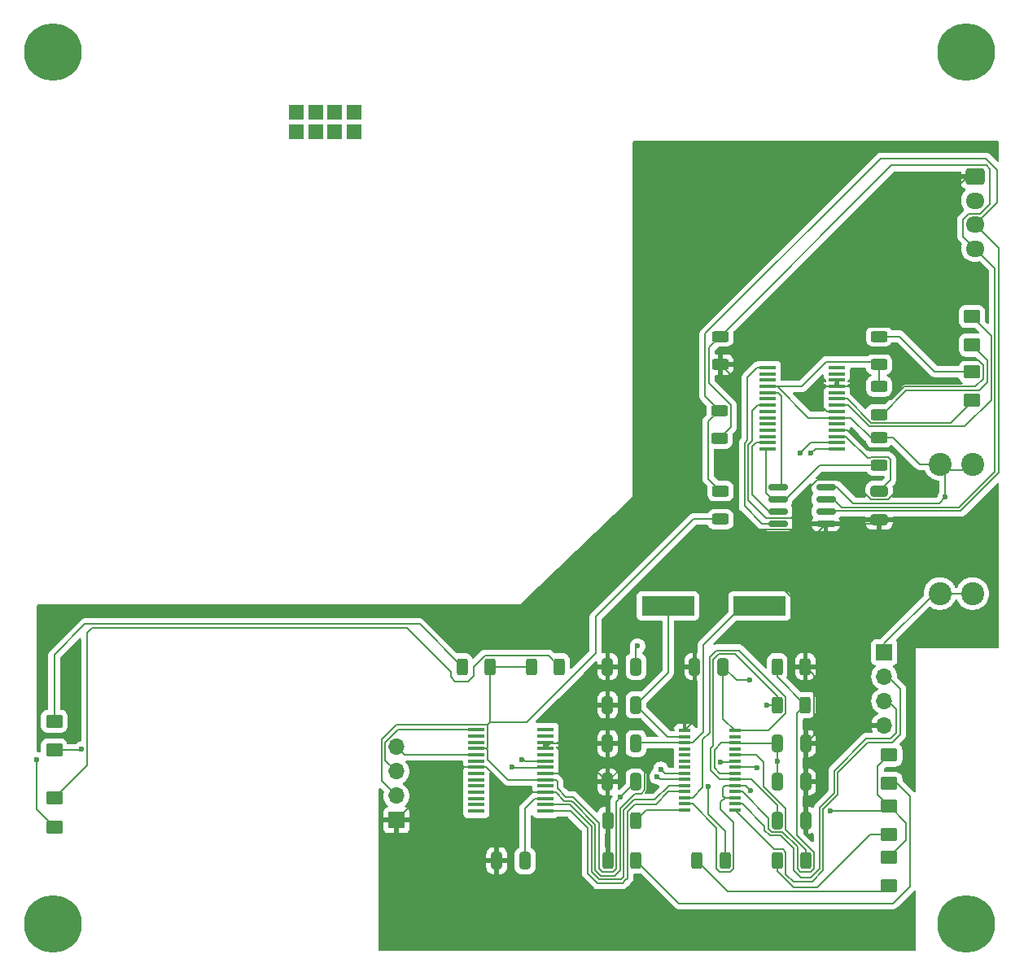
<source format=gbr>
%TF.GenerationSoftware,KiCad,Pcbnew,8.0.4-8.0.4-0~ubuntu22.04.1*%
%TF.CreationDate,2024-08-29T16:01:02-03:00*%
%TF.ProjectId,communication_board,636f6d6d-756e-4696-9361-74696f6e5f62,rev?*%
%TF.SameCoordinates,Original*%
%TF.FileFunction,Copper,L1,Top*%
%TF.FilePolarity,Positive*%
%FSLAX46Y46*%
G04 Gerber Fmt 4.6, Leading zero omitted, Abs format (unit mm)*
G04 Created by KiCad (PCBNEW 8.0.4-8.0.4-0~ubuntu22.04.1) date 2024-08-29 16:01:02*
%MOMM*%
%LPD*%
G01*
G04 APERTURE LIST*
G04 Aperture macros list*
%AMRoundRect*
0 Rectangle with rounded corners*
0 $1 Rounding radius*
0 $2 $3 $4 $5 $6 $7 $8 $9 X,Y pos of 4 corners*
0 Add a 4 corners polygon primitive as box body*
4,1,4,$2,$3,$4,$5,$6,$7,$8,$9,$2,$3,0*
0 Add four circle primitives for the rounded corners*
1,1,$1+$1,$2,$3*
1,1,$1+$1,$4,$5*
1,1,$1+$1,$6,$7*
1,1,$1+$1,$8,$9*
0 Add four rect primitives between the rounded corners*
20,1,$1+$1,$2,$3,$4,$5,0*
20,1,$1+$1,$4,$5,$6,$7,0*
20,1,$1+$1,$6,$7,$8,$9,0*
20,1,$1+$1,$8,$9,$2,$3,0*%
G04 Aperture macros list end*
%TA.AperFunction,SMDPad,CuDef*%
%ADD10RoundRect,0.250000X0.650000X-0.325000X0.650000X0.325000X-0.650000X0.325000X-0.650000X-0.325000X0*%
%TD*%
%TA.AperFunction,SMDPad,CuDef*%
%ADD11R,1.200000X0.400000*%
%TD*%
%TA.AperFunction,SMDPad,CuDef*%
%ADD12RoundRect,0.250000X-0.312500X-0.625000X0.312500X-0.625000X0.312500X0.625000X-0.312500X0.625000X0*%
%TD*%
%TA.AperFunction,SMDPad,CuDef*%
%ADD13RoundRect,0.250000X0.325000X0.650000X-0.325000X0.650000X-0.325000X-0.650000X0.325000X-0.650000X0*%
%TD*%
%TA.AperFunction,SMDPad,CuDef*%
%ADD14RoundRect,0.150000X-0.825000X-0.150000X0.825000X-0.150000X0.825000X0.150000X-0.825000X0.150000X0*%
%TD*%
%TA.AperFunction,SMDPad,CuDef*%
%ADD15RoundRect,0.250000X0.312500X0.625000X-0.312500X0.625000X-0.312500X-0.625000X0.312500X-0.625000X0*%
%TD*%
%TA.AperFunction,ComponentPad*%
%ADD16C,0.800000*%
%TD*%
%TA.AperFunction,ComponentPad*%
%ADD17C,6.000000*%
%TD*%
%TA.AperFunction,SMDPad,CuDef*%
%ADD18R,5.500000X2.000000*%
%TD*%
%TA.AperFunction,SMDPad,CuDef*%
%ADD19RoundRect,0.250001X-0.624999X0.462499X-0.624999X-0.462499X0.624999X-0.462499X0.624999X0.462499X0*%
%TD*%
%TA.AperFunction,ComponentPad*%
%ADD20R,1.700000X1.700000*%
%TD*%
%TA.AperFunction,ComponentPad*%
%ADD21O,1.700000X1.700000*%
%TD*%
%TA.AperFunction,SMDPad,CuDef*%
%ADD22R,1.524000X1.524000*%
%TD*%
%TA.AperFunction,SMDPad,CuDef*%
%ADD23RoundRect,0.250001X0.624999X-0.462499X0.624999X0.462499X-0.624999X0.462499X-0.624999X-0.462499X0*%
%TD*%
%TA.AperFunction,SMDPad,CuDef*%
%ADD24RoundRect,0.250000X-0.325000X-0.650000X0.325000X-0.650000X0.325000X0.650000X-0.325000X0.650000X0*%
%TD*%
%TA.AperFunction,ComponentPad*%
%ADD25RoundRect,0.250000X-0.725000X0.600000X-0.725000X-0.600000X0.725000X-0.600000X0.725000X0.600000X0*%
%TD*%
%TA.AperFunction,ComponentPad*%
%ADD26O,1.950000X1.700000*%
%TD*%
%TA.AperFunction,SMDPad,CuDef*%
%ADD27RoundRect,0.250000X0.625000X-0.312500X0.625000X0.312500X-0.625000X0.312500X-0.625000X-0.312500X0*%
%TD*%
%TA.AperFunction,ComponentPad*%
%ADD28C,2.400000*%
%TD*%
%TA.AperFunction,SMDPad,CuDef*%
%ADD29R,1.750000X0.450000*%
%TD*%
%TA.AperFunction,SMDPad,CuDef*%
%ADD30RoundRect,0.250000X-0.625000X0.312500X-0.625000X-0.312500X0.625000X-0.312500X0.625000X0.312500X0*%
%TD*%
%TA.AperFunction,ViaPad*%
%ADD31C,0.600000*%
%TD*%
%TA.AperFunction,Conductor*%
%ADD32C,0.200000*%
%TD*%
G04 APERTURE END LIST*
D10*
%TO.P,C10,1*%
%TO.N,GNDREF*%
X189200000Y-77000000D03*
%TO.P,C10,2*%
%TO.N,Net-(U3-3V3OUT)*%
X189200000Y-74050000D03*
%TD*%
D11*
%TO.P,U1,1,VSS*%
%TO.N,GNDREF*%
X168975000Y-98985000D03*
%TO.P,U1,2,XOUT*%
%TO.N,Net-(U1-XOUT)*%
X168975000Y-99620000D03*
%TO.P,U1,3,XIN*%
%TO.N,Net-(U1-XIN)*%
X168975000Y-100255000D03*
%TO.P,U1,4,DM4*%
%TO.N,unconnected-(U1-DM4-Pad4)*%
X168975000Y-100890000D03*
%TO.P,U1,5,DP4*%
%TO.N,unconnected-(U1-DP4-Pad5)*%
X168975000Y-101525000D03*
%TO.P,U1,6,DM3*%
%TO.N,unconnected-(U1-DM3-Pad6)*%
X168975000Y-102160000D03*
%TO.P,U1,7,DP3*%
%TO.N,unconnected-(U1-DP3-Pad7)*%
X168975000Y-102795000D03*
%TO.P,U1,8,DM2*%
%TO.N,MOTORS_USB_D-*%
X168975000Y-103430000D03*
%TO.P,U1,9,DP2*%
%TO.N,MOTORS_USB_D+*%
X168975000Y-104065000D03*
%TO.P,U1,10,DM1*%
%TO.N,IMU_USB_D-*%
X168975000Y-104700000D03*
%TO.P,U1,11,DP1*%
%TO.N,IMU_USB_D+*%
X168975000Y-105335000D03*
%TO.P,U1,12,VD18_O*%
%TO.N,Net-(U1-VD18)*%
X168975000Y-105970000D03*
%TO.P,U1,13,VD33*%
%TO.N,3v3*%
X168975000Y-106605000D03*
%TO.P,U1,14,REXT*%
%TO.N,Net-(U1-REXT)*%
X168975000Y-107240000D03*
%TO.P,U1,15,DMU*%
%TO.N,USB_D-*%
X174175000Y-107240000D03*
%TO.P,U1,16,DPU*%
%TO.N,USB_D+*%
X174175000Y-106605000D03*
%TO.P,U1,17,~{XRSTJ}*%
%TO.N,3v3*%
X174175000Y-105970000D03*
%TO.P,U1,18,VBUSM*%
%TO.N,Net-(U1-VBUSM)*%
X174175000Y-105335000D03*
%TO.P,U1,19,BUSJ*%
%TO.N,3v3*%
X174175000Y-104700000D03*
%TO.P,U1,20,VDD5*%
%TO.N,USB_PWR*%
X174175000Y-104065000D03*
%TO.P,U1,21,VD33_O*%
%TO.N,3v3*%
X174175000Y-103430000D03*
%TO.P,U1,22,DRV*%
%TO.N,Net-(HUB1-A)*%
X174175000Y-102795000D03*
%TO.P,U1,23,LED1/EESCL*%
%TO.N,Net-(U1-LED1{slash}EESCL)*%
X174175000Y-102160000D03*
%TO.P,U1,24,LED2*%
%TO.N,Net-(U1-LED2)*%
X174175000Y-101525000D03*
%TO.P,U1,25,PWRJ*%
%TO.N,unconnected-(U1-PWRJ-Pad25)*%
X174175000Y-100890000D03*
%TO.P,U1,26,OVCJ*%
%TO.N,3v3*%
X174175000Y-100255000D03*
%TO.P,U1,27,TESTJ/EESDA*%
%TO.N,unconnected-(U1-TESTJ{slash}EESDA-Pad27)*%
X174175000Y-99620000D03*
%TO.P,U1,28,VD18*%
%TO.N,Net-(U1-VD18)*%
X174175000Y-98985000D03*
%TD*%
D12*
%TO.P,R4,1*%
%TO.N,GNDREF*%
X160977500Y-112490000D03*
%TO.P,R4,2*%
%TO.N,Net-(HUB1-K)*%
X163902500Y-112490000D03*
%TD*%
D13*
%TO.P,C1,1*%
%TO.N,Net-(U1-XOUT)*%
X163912500Y-96312500D03*
%TO.P,C1,2*%
%TO.N,GNDREF*%
X160962500Y-96312500D03*
%TD*%
D14*
%TO.P,U4,1,RO*%
%TO.N,Net-(U3-RXD)*%
X178708000Y-73619000D03*
%TO.P,U4,2,~{RE}*%
%TO.N,Net-(U3-CBUS3)*%
X178708000Y-74889000D03*
%TO.P,U4,3,DE*%
%TO.N,Net-(U3-CBUS2)*%
X178708000Y-76159000D03*
%TO.P,U4,4,DI*%
%TO.N,Net-(U3-TXD)*%
X178708000Y-77429000D03*
%TO.P,U4,5,GND*%
%TO.N,GNDREF*%
X183658000Y-77429000D03*
%TO.P,U4,6,A*%
%TO.N,Net-(U4-A)*%
X183658000Y-76159000D03*
%TO.P,U4,7,B*%
%TO.N,Net-(U4-B)*%
X183658000Y-74889000D03*
%TO.P,U4,8,VCC*%
%TO.N,USB_PWR*%
X183658000Y-73619000D03*
%TD*%
D15*
%TO.P,R1,1*%
%TO.N,Net-(U1-REXT)*%
X163900000Y-108312500D03*
%TO.P,R1,2*%
%TO.N,GNDREF*%
X160975000Y-108312500D03*
%TD*%
D12*
%TO.P,R5,1*%
%TO.N,USB_PWR*%
X178612500Y-96312500D03*
%TO.P,R5,2*%
%TO.N,Net-(U1-VBUSM)*%
X181537500Y-96312500D03*
%TD*%
D15*
%TO.P,R2,1*%
%TO.N,Net-(U1-LED1{slash}EESCL)*%
X173162500Y-112512500D03*
%TO.P,R2,2*%
%TO.N,Net-(IMU1-K)*%
X170237500Y-112512500D03*
%TD*%
D16*
%TO.P,REF\u002A\u002A,1*%
%TO.N,N/C*%
X196050000Y-28300000D03*
X196709010Y-26709010D03*
X196709010Y-29890990D03*
X198300000Y-26050000D03*
D17*
X198300000Y-28300000D03*
D16*
X198300000Y-30550000D03*
X199890990Y-26709010D03*
X199890990Y-29890990D03*
X200550000Y-28300000D03*
%TD*%
D18*
%TO.P,Y1,1,1*%
%TO.N,Net-(U1-XOUT)*%
X167250000Y-86000000D03*
%TO.P,Y1,2,2*%
%TO.N,Net-(U1-XIN)*%
X176750000Y-86000000D03*
%TD*%
D13*
%TO.P,C3,1*%
%TO.N,USB_PWR*%
X163912500Y-104312500D03*
%TO.P,C3,2*%
%TO.N,GNDREF*%
X160962500Y-104312500D03*
%TD*%
D16*
%TO.P,REF\u002A\u002A,1*%
%TO.N,N/C*%
X196050000Y-119100000D03*
X196709010Y-117509010D03*
X196709010Y-120690990D03*
X198300000Y-116850000D03*
D17*
X198300000Y-119100000D03*
D16*
X198300000Y-121350000D03*
X199890990Y-117509010D03*
X199890990Y-120690990D03*
X200550000Y-119100000D03*
%TD*%
D19*
%TO.P,D7,1,K*%
%TO.N,Net-(D7-K)*%
X198860000Y-55862500D03*
%TO.P,D7,2,A*%
%TO.N,Net-(D7-A)*%
X198860000Y-58837500D03*
%TD*%
D15*
%TO.P,R6,1*%
%TO.N,GNDREF*%
X181537500Y-92312500D03*
%TO.P,R6,2*%
%TO.N,Net-(U1-VBUSM)*%
X178612500Y-92312500D03*
%TD*%
D20*
%TO.P,J2,1,Pin_1*%
%TO.N,GNDREF*%
X139000000Y-108300000D03*
D21*
%TO.P,J2,2,Pin_2*%
%TO.N,USB_PWR*%
X139000000Y-105760000D03*
%TO.P,J2,3,Pin_3*%
%TO.N,Net-(J2-Pin_3)*%
X139000000Y-103220000D03*
%TO.P,J2,4,Pin_4*%
%TO.N,Net-(J2-Pin_4)*%
X139000000Y-100680000D03*
%TD*%
D16*
%TO.P,REF\u002A\u002A,1*%
%TO.N,N/C*%
X101050000Y-119100000D03*
X101709010Y-117509010D03*
X101709010Y-120690990D03*
X103300000Y-116850000D03*
D17*
X103300000Y-119100000D03*
D16*
X103300000Y-121350000D03*
X104890990Y-117509010D03*
X104890990Y-120690990D03*
X105550000Y-119100000D03*
%TD*%
D20*
%TO.P,J1,1,Pin_1*%
%TO.N,Net-(J1-Pin_1)*%
X189738000Y-90805000D03*
D21*
%TO.P,J1,2,Pin_2*%
%TO.N,USB_D-*%
X189738000Y-93345000D03*
%TO.P,J1,3,Pin_3*%
%TO.N,USB_D+*%
X189738000Y-95885000D03*
%TO.P,J1,4,Pin_4*%
%TO.N,GNDREF*%
X189738000Y-98425000D03*
%TD*%
D22*
%TO.P,REF\u002A\u002A,1*%
%TO.N,N/C*%
X128572000Y-34632000D03*
%TO.P,REF\u002A\u002A,2*%
X130572000Y-34632000D03*
%TO.P,REF\u002A\u002A,3*%
X132572000Y-34632000D03*
%TO.P,REF\u002A\u002A,4*%
X134572000Y-34632000D03*
%TO.P,REF\u002A\u002A,5*%
X128572000Y-36632000D03*
%TO.P,REF\u002A\u002A,6*%
X130572000Y-36632000D03*
%TO.P,REF\u002A\u002A,7*%
X132572000Y-36632000D03*
%TO.P,REF\u002A\u002A,8*%
X134572000Y-36632000D03*
%TD*%
D23*
%TO.P,HUB1,1,K*%
%TO.N,Net-(HUB1-K)*%
X190246000Y-104484500D03*
%TO.P,HUB1,2,A*%
%TO.N,Net-(HUB1-A)*%
X190246000Y-101509500D03*
%TD*%
D24*
%TO.P,C8,1*%
%TO.N,3v3*%
X178600000Y-100312500D03*
%TO.P,C8,2*%
%TO.N,GNDREF*%
X181550000Y-100312500D03*
%TD*%
D12*
%TO.P,R9,1*%
%TO.N,Net-(D5-A)*%
X145837500Y-92312500D03*
%TO.P,R9,2*%
%TO.N,USB_PWR*%
X148762500Y-92312500D03*
%TD*%
D25*
%TO.P,J4,1,1*%
%TO.N,GNDREF*%
X199200000Y-41300000D03*
D26*
%TO.P,J4,2,2*%
%TO.N,unconnected-(J4-Pad2)*%
X199200000Y-43800000D03*
%TO.P,J4,3,3*%
%TO.N,Net-(U4-A)*%
X199200000Y-46300000D03*
%TO.P,J4,4,4*%
%TO.N,Net-(U4-B)*%
X199200000Y-48800000D03*
%TD*%
D15*
%TO.P,R3,1*%
%TO.N,Net-(U1-LED2)*%
X181562500Y-112512500D03*
%TO.P,R3,2*%
%TO.N,Net-(MTRS1-K)*%
X178637500Y-112512500D03*
%TD*%
D27*
%TO.P,R14,1*%
%TO.N,GNDREF*%
X172700000Y-60862500D03*
%TO.P,R14,2*%
%TO.N,Net-(U4-B)*%
X172700000Y-57937500D03*
%TD*%
D16*
%TO.P,REF\u002A\u002A,1*%
%TO.N,N/C*%
X101050000Y-28300000D03*
X101709010Y-26709010D03*
X101709010Y-29890990D03*
X103300000Y-26050000D03*
D17*
X103300000Y-28300000D03*
D16*
X103300000Y-30550000D03*
X104890990Y-26709010D03*
X104890990Y-29890990D03*
X105550000Y-28300000D03*
%TD*%
D13*
%TO.P,C5,1*%
%TO.N,Net-(U1-VD18)*%
X163912500Y-92312500D03*
%TO.P,C5,2*%
%TO.N,GNDREF*%
X160962500Y-92312500D03*
%TD*%
D27*
%TO.P,R13,1*%
%TO.N,Net-(U4-B)*%
X172600000Y-68562500D03*
%TO.P,R13,2*%
%TO.N,Net-(U4-A)*%
X172600000Y-65637500D03*
%TD*%
D28*
%TO.P,J3,1,1*%
%TO.N,Net-(J1-Pin_1)*%
X195531000Y-84713000D03*
%TO.P,J3,2,2*%
%TO.N,USB_PWR*%
X195531000Y-71243000D03*
%TO.P,J3,3,3*%
%TO.N,Net-(J1-Pin_1)*%
X198931000Y-84713000D03*
%TO.P,J3,4,4*%
%TO.N,USB_PWR*%
X198931000Y-71243000D03*
%TD*%
D23*
%TO.P,D4,1,K*%
%TO.N,Net-(D4-K)*%
X103400000Y-108987500D03*
%TO.P,D4,2,A*%
%TO.N,Net-(D4-A)*%
X103400000Y-106012500D03*
%TD*%
D29*
%TO.P,U3,1,TXD*%
%TO.N,Net-(U3-TXD)*%
X177608000Y-61199000D03*
%TO.P,U3,2,DTR*%
%TO.N,unconnected-(U3-DTR-Pad2)*%
X177608000Y-61849000D03*
%TO.P,U3,3,RTS*%
%TO.N,unconnected-(U3-RTS-Pad3)*%
X177608000Y-62499000D03*
%TO.P,U3,4,VCCIO*%
%TO.N,USB_PWR*%
X177608000Y-63149000D03*
%TO.P,U3,5,RXD*%
%TO.N,Net-(U3-RXD)*%
X177608000Y-63799000D03*
%TO.P,U3,6,RI*%
%TO.N,unconnected-(U3-RI-Pad6)*%
X177608000Y-64449000D03*
%TO.P,U3,7,GND*%
%TO.N,GNDREF*%
X177608000Y-65099000D03*
%TO.P,U3,8*%
%TO.N,N/C*%
X177608000Y-65749000D03*
%TO.P,U3,9,DCR*%
%TO.N,unconnected-(U3-DCR-Pad9)*%
X177608000Y-66399000D03*
%TO.P,U3,10,DCD*%
%TO.N,unconnected-(U3-DCD-Pad10)*%
X177608000Y-67049000D03*
%TO.P,U3,11,CTS*%
%TO.N,unconnected-(U3-CTS-Pad11)*%
X177608000Y-67699000D03*
%TO.P,U3,12,CBUS4*%
%TO.N,unconnected-(U3-CBUS4-Pad12)*%
X177608000Y-68349000D03*
%TO.P,U3,13,CBUS2*%
%TO.N,Net-(U3-CBUS2)*%
X177608000Y-68999000D03*
%TO.P,U3,14,CBUS3*%
%TO.N,Net-(U3-CBUS3)*%
X177608000Y-69649000D03*
%TO.P,U3,15,USBD+*%
%TO.N,MOTORS_USB_D+*%
X184808000Y-69649000D03*
%TO.P,U3,16,USBD-*%
%TO.N,MOTORS_USB_D-*%
X184808000Y-68999000D03*
%TO.P,U3,17,3V3OUT*%
%TO.N,Net-(U3-3V3OUT)*%
X184808000Y-68349000D03*
%TO.P,U3,18,GND*%
%TO.N,GNDREF*%
X184808000Y-67699000D03*
%TO.P,U3,19,~{RESET}*%
%TO.N,unconnected-(U3-~{RESET}-Pad19)*%
X184808000Y-67049000D03*
%TO.P,U3,20,VCC*%
%TO.N,USB_PWR*%
X184808000Y-66399000D03*
%TO.P,U3,21,GND*%
%TO.N,GNDREF*%
X184808000Y-65749000D03*
%TO.P,U3,22,CBUS1*%
%TO.N,Net-(D7-K)*%
X184808000Y-65099000D03*
%TO.P,U3,23,CBUS0*%
%TO.N,Net-(D6-K)*%
X184808000Y-64449000D03*
%TO.P,U3,24*%
%TO.N,N/C*%
X184808000Y-63799000D03*
%TO.P,U3,25,AGND*%
%TO.N,GNDREF*%
X184808000Y-63149000D03*
%TO.P,U3,26,TEST*%
X184808000Y-62499000D03*
%TO.P,U3,27,OSCI*%
%TO.N,unconnected-(U3-OSCI-Pad27)*%
X184808000Y-61849000D03*
%TO.P,U3,28,OSCO*%
%TO.N,unconnected-(U3-OSCO-Pad28)*%
X184808000Y-61199000D03*
%TD*%
D23*
%TO.P,MTRS1,1,K*%
%TO.N,Net-(MTRS1-K)*%
X190246000Y-109818500D03*
%TO.P,MTRS1,2,A*%
%TO.N,Net-(HUB1-A)*%
X190246000Y-106843500D03*
%TD*%
D13*
%TO.P,C2,1*%
%TO.N,Net-(U1-XIN)*%
X163912500Y-100312500D03*
%TO.P,C2,2*%
%TO.N,GNDREF*%
X160962500Y-100312500D03*
%TD*%
D23*
%TO.P,D5,1,K*%
%TO.N,Net-(D5-K)*%
X103400000Y-100987500D03*
%TO.P,D5,2,A*%
%TO.N,Net-(D5-A)*%
X103400000Y-98012500D03*
%TD*%
D24*
%TO.P,C9,1*%
%TO.N,GNDREF*%
X149425000Y-112512500D03*
%TO.P,C9,2*%
%TO.N,Net-(U2-3V3OUT)*%
X152375000Y-112512500D03*
%TD*%
D29*
%TO.P,U2,1,TXD*%
%TO.N,Net-(J2-Pin_3)*%
X147300000Y-98887500D03*
%TO.P,U2,2,DTR*%
%TO.N,unconnected-(U2-DTR-Pad2)*%
X147300000Y-99537500D03*
%TO.P,U2,3,RTS*%
%TO.N,unconnected-(U2-RTS-Pad3)*%
X147300000Y-100187500D03*
%TO.P,U2,4,VCCIO*%
%TO.N,USB_PWR*%
X147300000Y-100837500D03*
%TO.P,U2,5,RXD*%
%TO.N,Net-(J2-Pin_4)*%
X147300000Y-101487500D03*
%TO.P,U2,6,RI*%
%TO.N,unconnected-(U2-RI-Pad6)*%
X147300000Y-102137500D03*
%TO.P,U2,7,GND*%
%TO.N,GNDREF*%
X147300000Y-102787500D03*
%TO.P,U2,8*%
%TO.N,N/C*%
X147300000Y-103437500D03*
%TO.P,U2,9,DCR*%
%TO.N,unconnected-(U2-DCR-Pad9)*%
X147300000Y-104087500D03*
%TO.P,U2,10,DCD*%
%TO.N,unconnected-(U2-DCD-Pad10)*%
X147300000Y-104737500D03*
%TO.P,U2,11,CTS*%
%TO.N,unconnected-(U2-CTS-Pad11)*%
X147300000Y-105387500D03*
%TO.P,U2,12,CBUS4*%
%TO.N,unconnected-(U2-CBUS4-Pad12)*%
X147300000Y-106037500D03*
%TO.P,U2,13,CBUS2*%
%TO.N,unconnected-(U2-CBUS2-Pad13)*%
X147300000Y-106687500D03*
%TO.P,U2,14,CBUS3*%
%TO.N,unconnected-(U2-CBUS3-Pad14)*%
X147300000Y-107337500D03*
%TO.P,U2,15,USBD+*%
%TO.N,IMU_USB_D+*%
X154500000Y-107337500D03*
%TO.P,U2,16,USBD-*%
%TO.N,IMU_USB_D-*%
X154500000Y-106687500D03*
%TO.P,U2,17,3V3OUT*%
%TO.N,Net-(U2-3V3OUT)*%
X154500000Y-106037500D03*
%TO.P,U2,18,GND*%
%TO.N,GNDREF*%
X154500000Y-105387500D03*
%TO.P,U2,19,~{RESET}*%
%TO.N,unconnected-(U2-~{RESET}-Pad19)*%
X154500000Y-104737500D03*
%TO.P,U2,20,VCC*%
%TO.N,USB_PWR*%
X154500000Y-104087500D03*
%TO.P,U2,21,GND*%
%TO.N,GNDREF*%
X154500000Y-103437500D03*
%TO.P,U2,22,CBUS1*%
%TO.N,Net-(D5-K)*%
X154500000Y-102787500D03*
%TO.P,U2,23,CBUS0*%
%TO.N,Net-(D4-K)*%
X154500000Y-102137500D03*
%TO.P,U2,24*%
%TO.N,N/C*%
X154500000Y-101487500D03*
%TO.P,U2,25,AGND*%
%TO.N,GNDREF*%
X154500000Y-100837500D03*
%TO.P,U2,26,TEST*%
X154500000Y-100187500D03*
%TO.P,U2,27,OSCI*%
%TO.N,unconnected-(U2-OSCI-Pad27)*%
X154500000Y-99537500D03*
%TO.P,U2,28,OSCO*%
%TO.N,unconnected-(U2-OSCO-Pad28)*%
X154500000Y-98887500D03*
%TD*%
D15*
%TO.P,R8,1*%
%TO.N,Net-(D4-A)*%
X155962500Y-92312500D03*
%TO.P,R8,2*%
%TO.N,USB_PWR*%
X153037500Y-92312500D03*
%TD*%
D27*
%TO.P,R12,1*%
%TO.N,USB_PWR*%
X172700000Y-76962500D03*
%TO.P,R12,2*%
%TO.N,Net-(U4-A)*%
X172700000Y-74037500D03*
%TD*%
D23*
%TO.P,D6,1,K*%
%TO.N,Net-(D6-K)*%
X198860000Y-64607500D03*
%TO.P,D6,2,A*%
%TO.N,Net-(D6-A)*%
X198860000Y-61632500D03*
%TD*%
D13*
%TO.P,C6,1*%
%TO.N,Net-(U1-VD18)*%
X172975000Y-92312500D03*
%TO.P,C6,2*%
%TO.N,GNDREF*%
X170025000Y-92312500D03*
%TD*%
D27*
%TO.P,R11,1*%
%TO.N,Net-(D7-A)*%
X189200000Y-66062500D03*
%TO.P,R11,2*%
%TO.N,USB_PWR*%
X189200000Y-63137500D03*
%TD*%
D24*
%TO.P,C4,1*%
%TO.N,USB_PWR*%
X178600000Y-108312500D03*
%TO.P,C4,2*%
%TO.N,GNDREF*%
X181550000Y-108312500D03*
%TD*%
D30*
%TO.P,R7,1*%
%TO.N,USB_PWR*%
X189200000Y-68462500D03*
%TO.P,R7,2*%
%TO.N,Net-(U3-CBUS3)*%
X189200000Y-71387500D03*
%TD*%
%TO.P,R10,1*%
%TO.N,Net-(D6-A)*%
X189200000Y-57937500D03*
%TO.P,R10,2*%
%TO.N,USB_PWR*%
X189200000Y-60862500D03*
%TD*%
D23*
%TO.P,IMU1,1,K*%
%TO.N,Net-(IMU1-K)*%
X190246000Y-115152500D03*
%TO.P,IMU1,2,A*%
%TO.N,Net-(HUB1-A)*%
X190246000Y-112177500D03*
%TD*%
D24*
%TO.P,C7,1*%
%TO.N,3v3*%
X178600000Y-104312500D03*
%TO.P,C7,2*%
%TO.N,GNDREF*%
X181550000Y-104312500D03*
%TD*%
D31*
%TO.N,USB_PWR*%
X196088000Y-74676000D03*
X177546000Y-96312500D03*
X162306000Y-105918000D03*
%TO.N,Net-(U1-VD18)*%
X175768000Y-93726000D03*
X164084000Y-90170000D03*
%TO.N,3v3*%
X178600000Y-102200000D03*
X175800000Y-105200000D03*
%TO.N,Net-(HUB1-A)*%
X184150000Y-107315000D03*
X176530000Y-102870000D03*
%TO.N,Net-(U1-LED1{slash}EESCL)*%
X172720000Y-102235000D03*
X171450000Y-104775000D03*
%TO.N,Net-(D4-K)*%
X152000000Y-102000000D03*
X101600000Y-102000000D03*
%TO.N,Net-(D5-K)*%
X106200000Y-100900000D03*
X151000000Y-102750000D03*
%TO.N,MOTORS_USB_D-*%
X180975000Y-70104000D03*
X166497000Y-102997000D03*
%TO.N,MOTORS_USB_D+*%
X182118000Y-70104000D03*
X166116000Y-103759000D03*
%TD*%
D32*
%TO.N,Net-(U1-XOUT)*%
X163912500Y-96312500D02*
X167220000Y-99620000D01*
X167250000Y-92975000D02*
X163912500Y-96312500D01*
X167250000Y-86000000D02*
X167250000Y-92975000D01*
X167220000Y-99620000D02*
X168975000Y-99620000D01*
%TO.N,GNDREF*%
X160962500Y-100312500D02*
X154625000Y-100312500D01*
X176558000Y-65099000D02*
X176022000Y-65635000D01*
X149425000Y-112512500D02*
X149425000Y-108639000D01*
X195326000Y-60452000D02*
X191824000Y-56950000D01*
X183733000Y-63149000D02*
X183200000Y-63682000D01*
X188771000Y-77429000D02*
X189200000Y-77000000D01*
X154500000Y-105387500D02*
X155552500Y-105387500D01*
X162237500Y-107121384D02*
X163821884Y-105537000D01*
X156452500Y-106287500D02*
X157184314Y-106287500D01*
X191262000Y-73782000D02*
X190119000Y-74925000D01*
X157184314Y-106287500D02*
X157418628Y-106521815D01*
X176022000Y-68812314D02*
X175600000Y-69234314D01*
X174498000Y-76398000D02*
X174498000Y-62660500D01*
X183200000Y-65191000D02*
X183758000Y-65749000D01*
X183629000Y-77400000D02*
X183658000Y-77429000D01*
X155552500Y-105387500D02*
X156452500Y-106287500D01*
X178100000Y-82804000D02*
X177800000Y-82804000D01*
X198400000Y-41300000D02*
X195866314Y-43833686D01*
X182400000Y-99462500D02*
X182737500Y-99462500D01*
X182400000Y-93175000D02*
X182400000Y-99462500D01*
X161037500Y-112512500D02*
X161037500Y-108375000D01*
X185883000Y-67699000D02*
X187907000Y-69723000D01*
X182130000Y-99732500D02*
X181550000Y-100312500D01*
X180829000Y-74832448D02*
X180829000Y-76829000D01*
X144512500Y-102787500D02*
X139000000Y-108300000D01*
X174038750Y-62181250D02*
X174018750Y-62181250D01*
X160962500Y-92312500D02*
X160962500Y-96312500D01*
X180829000Y-76829000D02*
X181400000Y-77400000D01*
X184808000Y-63149000D02*
X183733000Y-63149000D01*
X199551744Y-60452000D02*
X195326000Y-60452000D01*
X195866314Y-43833686D02*
X195866314Y-51999372D01*
X181537500Y-86541500D02*
X181537500Y-92312500D01*
X152676500Y-105387500D02*
X154500000Y-105387500D01*
X160962500Y-92312500D02*
X160962500Y-87195500D01*
X182400000Y-99462500D02*
X181550000Y-100312500D01*
X177800000Y-82804000D02*
X179959000Y-84963000D01*
X173863000Y-84201000D02*
X179197000Y-84201000D01*
X184808000Y-62499000D02*
X184808000Y-63149000D01*
X164846000Y-103251000D02*
X164338000Y-102743000D01*
X190505814Y-64516000D02*
X191859314Y-63162500D01*
X183658000Y-77429000D02*
X178283000Y-82804000D01*
X199226500Y-63162500D02*
X200049000Y-62340000D01*
X157418628Y-106521815D02*
X159690000Y-108793186D01*
X190119000Y-74925000D02*
X188315256Y-74925000D01*
X164447744Y-105537000D02*
X164846000Y-105138744D01*
X195866314Y-51999372D02*
X190915686Y-56950000D01*
X183658000Y-77429000D02*
X188771000Y-77429000D01*
X170025000Y-97935000D02*
X168975000Y-98985000D01*
X175600000Y-69234314D02*
X175600000Y-75000000D01*
X160962500Y-87195500D02*
X165354000Y-82804000D01*
X179959000Y-84963000D02*
X181537500Y-86541500D01*
X183775000Y-98425000D02*
X189738000Y-98425000D01*
X147300000Y-102787500D02*
X144512500Y-102787500D01*
X186288256Y-72898000D02*
X182763448Y-72898000D01*
X160962500Y-96312500D02*
X160962500Y-100312500D01*
X191859314Y-63162500D02*
X199226500Y-63162500D01*
X150950000Y-105387500D02*
X148350000Y-102787500D01*
X180771000Y-78029000D02*
X176129000Y-78029000D01*
X181400000Y-77400000D02*
X183629000Y-77400000D01*
X181400000Y-77400000D02*
X180771000Y-78029000D01*
X174498000Y-62660500D02*
X174018750Y-62181250D01*
X190500000Y-69723000D02*
X191262000Y-70485000D01*
X187960000Y-64516000D02*
X190505814Y-64516000D01*
X160962500Y-100312500D02*
X155025000Y-100312500D01*
X165354000Y-82804000D02*
X177800000Y-82804000D01*
X162237500Y-109503615D02*
X162237500Y-107121384D01*
X163821884Y-105537000D02*
X164447744Y-105537000D01*
X184808000Y-67699000D02*
X185883000Y-67699000D01*
X200049000Y-62340000D02*
X200049000Y-60949256D01*
X149425000Y-108639000D02*
X152676500Y-105387500D01*
X160962500Y-104312500D02*
X160962500Y-108300000D01*
X177608000Y-65099000D02*
X176558000Y-65099000D01*
X183758000Y-65749000D02*
X184808000Y-65749000D01*
X159690000Y-108793186D02*
X159690000Y-113490430D01*
X160087500Y-103437500D02*
X154500000Y-103437500D01*
X160962500Y-100312500D02*
X160962500Y-104312500D01*
X179197000Y-84201000D02*
X179959000Y-84963000D01*
X159690000Y-113490430D02*
X160264570Y-114065000D01*
X154625000Y-100312500D02*
X154500000Y-100187500D01*
X160264570Y-114065000D02*
X161690430Y-114065000D01*
X164846000Y-105138744D02*
X164846000Y-103251000D01*
X191262000Y-70485000D02*
X191262000Y-73782000D01*
X187907000Y-69723000D02*
X190500000Y-69723000D01*
X164338000Y-102743000D02*
X162532000Y-102743000D01*
X181550000Y-100312500D02*
X181550000Y-104312500D01*
X154500000Y-105387500D02*
X150950000Y-105387500D01*
X170025000Y-92312500D02*
X170025000Y-97935000D01*
X161690430Y-114065000D02*
X162240000Y-113515430D01*
X188315256Y-74925000D02*
X186288256Y-72898000D01*
X176022000Y-65635000D02*
X176022000Y-68812314D01*
X179270000Y-56950000D02*
X174038750Y-62181250D01*
X170025000Y-92312500D02*
X170025000Y-88039000D01*
X178283000Y-82804000D02*
X178100000Y-82804000D01*
X182763448Y-72898000D02*
X180829000Y-74832448D01*
X172700000Y-60862500D02*
X174018750Y-62181250D01*
X177429000Y-76829000D02*
X180829000Y-76829000D01*
X175600000Y-75000000D02*
X177429000Y-76829000D01*
X162240000Y-113515430D02*
X162240000Y-109506115D01*
X200049000Y-60949256D02*
X199551744Y-60452000D01*
X162532000Y-102743000D02*
X160962500Y-104312500D01*
X184808000Y-63149000D02*
X186593000Y-63149000D01*
X181537500Y-92312500D02*
X182400000Y-93175000D01*
X181550000Y-104312500D02*
X181550000Y-108312500D01*
X191824000Y-56950000D02*
X190915686Y-56950000D01*
X160962500Y-104312500D02*
X160087500Y-103437500D01*
X155025000Y-100312500D02*
X154500000Y-100837500D01*
X186593000Y-63149000D02*
X187960000Y-64516000D01*
X162240000Y-109506115D02*
X162237500Y-109503615D01*
X183200000Y-63682000D02*
X183200000Y-65191000D01*
X170025000Y-88039000D02*
X173863000Y-84201000D01*
X161037500Y-108375000D02*
X160975000Y-108312500D01*
X190915686Y-56950000D02*
X179270000Y-56950000D01*
X160962500Y-108300000D02*
X160975000Y-108312500D01*
X182737500Y-99462500D02*
X183775000Y-98425000D01*
X199200000Y-41300000D02*
X198400000Y-41300000D01*
X148350000Y-102787500D02*
X147300000Y-102787500D01*
X176129000Y-78029000D02*
X174498000Y-76398000D01*
%TO.N,Net-(U1-XIN)*%
X170900000Y-90085000D02*
X170900000Y-99130000D01*
X168975000Y-100255000D02*
X163970000Y-100255000D01*
X174985000Y-86000000D02*
X170900000Y-90085000D01*
X163970000Y-100255000D02*
X163912500Y-100312500D01*
X170900000Y-99130000D02*
X169775000Y-100255000D01*
X176750000Y-86000000D02*
X174985000Y-86000000D01*
X169775000Y-100255000D02*
X168975000Y-100255000D01*
%TO.N,USB_PWR*%
X155550000Y-104087500D02*
X155718186Y-104255686D01*
X178612500Y-95437500D02*
X174192843Y-91017843D01*
X147300000Y-100837500D02*
X148375000Y-100837500D01*
X148762500Y-98075000D02*
X148475000Y-98362500D01*
X148375000Y-100837500D02*
X148475000Y-100737500D01*
X153037500Y-92312500D02*
X148762500Y-92312500D01*
X189200000Y-68462500D02*
X188325000Y-68462500D01*
X174192843Y-91017843D02*
X172509913Y-91017843D01*
X148475000Y-100737500D02*
X148475000Y-98362500D01*
X196088000Y-71800000D02*
X196088000Y-71865000D01*
X169867814Y-76962500D02*
X159700000Y-87130314D01*
X154500000Y-104087500D02*
X155550000Y-104087500D01*
X150569500Y-104087500D02*
X148475000Y-101993000D01*
X171958000Y-100526314D02*
X171685000Y-100799314D01*
X160090000Y-108627500D02*
X160090000Y-113324744D01*
X172700000Y-76962500D02*
X169867814Y-76962500D01*
X195531000Y-71243000D02*
X196088000Y-71800000D01*
X178600000Y-106775686D02*
X175889314Y-104065000D01*
X172645000Y-104065000D02*
X174175000Y-104065000D01*
X188937500Y-60600000D02*
X189200000Y-60862500D01*
X148475000Y-98362500D02*
X139000500Y-98362500D01*
X188325000Y-68462500D02*
X186261500Y-66399000D01*
X193443000Y-71243000D02*
X190662500Y-68462500D01*
X159700000Y-87130314D02*
X159700000Y-90900000D01*
X181848686Y-66399000D02*
X178598686Y-63149000D01*
X137450000Y-99913000D02*
X137450000Y-104210000D01*
X178600000Y-108312500D02*
X178600000Y-106775686D01*
X196088000Y-71865000D02*
X196088000Y-74676000D01*
X161837500Y-111627756D02*
X161837500Y-106387500D01*
X157350000Y-105887500D02*
X160090000Y-108627500D01*
X160090000Y-113324744D02*
X160430256Y-113665000D01*
X162306000Y-105919000D02*
X162306000Y-105918000D01*
X171685000Y-103105000D02*
X172645000Y-104065000D01*
X155718186Y-104987500D02*
X156618186Y-105887500D01*
X156618186Y-105887500D02*
X157350000Y-105887500D01*
X171685000Y-100799314D02*
X171685000Y-103105000D01*
X190662500Y-68462500D02*
X189200000Y-68462500D01*
X155718186Y-104255686D02*
X155718186Y-104987500D01*
X181158000Y-63149000D02*
X183707000Y-60600000D01*
X148350000Y-100837500D02*
X147300000Y-100837500D01*
X172509913Y-91017843D02*
X171958000Y-91569756D01*
X148475000Y-101993000D02*
X148475000Y-100962500D01*
X148475000Y-100962500D02*
X148350000Y-100837500D01*
X198309000Y-71865000D02*
X198931000Y-71243000D01*
X177608000Y-63149000D02*
X181158000Y-63149000D01*
X154500000Y-104087500D02*
X150569500Y-104087500D01*
X177546000Y-96312500D02*
X178612500Y-96312500D01*
X189200000Y-60862500D02*
X189200000Y-63137500D01*
X152525000Y-98075000D02*
X148762500Y-98075000D01*
X186525000Y-75325000D02*
X184819000Y-73619000D01*
X178612500Y-96312500D02*
X178612500Y-95437500D01*
X148762500Y-92312500D02*
X148762500Y-98075000D01*
X162306000Y-105918000D02*
X162307000Y-105918000D01*
X196088000Y-74676000D02*
X195439000Y-75325000D01*
X183707000Y-60600000D02*
X188937500Y-60600000D01*
X195531000Y-71243000D02*
X193443000Y-71243000D01*
X162307000Y-105918000D02*
X163912500Y-104312500D01*
X196088000Y-71865000D02*
X198309000Y-71865000D01*
X184808000Y-66399000D02*
X181848686Y-66399000D01*
X161840000Y-113349744D02*
X161840000Y-111630256D01*
X139000500Y-98362500D02*
X137450000Y-99913000D01*
X161837500Y-106387500D02*
X162306000Y-105919000D01*
X161524744Y-113665000D02*
X161840000Y-113349744D01*
X161840000Y-111630256D02*
X161837500Y-111627756D01*
X184819000Y-73619000D02*
X183658000Y-73619000D01*
X186261500Y-66399000D02*
X184808000Y-66399000D01*
X137450000Y-104210000D02*
X139000000Y-105760000D01*
X171958000Y-91569756D02*
X171958000Y-100526314D01*
X195439000Y-75325000D02*
X186525000Y-75325000D01*
X175889314Y-104065000D02*
X174175000Y-104065000D01*
X159700000Y-90900000D02*
X152525000Y-98075000D01*
X160430256Y-113665000D02*
X161524744Y-113665000D01*
X178598686Y-63149000D02*
X177608000Y-63149000D01*
%TO.N,Net-(U1-VD18)*%
X175768000Y-93726000D02*
X174388500Y-93726000D01*
X170850000Y-104895000D02*
X170850000Y-99914000D01*
X179475000Y-95452756D02*
X179475000Y-97172244D01*
X172272157Y-90617843D02*
X174640087Y-90617843D01*
X171558000Y-99206000D02*
X171558000Y-91332000D01*
X172975000Y-97785000D02*
X174175000Y-98985000D01*
X170850000Y-99914000D02*
X171558000Y-99206000D01*
X168975000Y-105970000D02*
X169775000Y-105970000D01*
X163912500Y-92312500D02*
X163912500Y-90341500D01*
X169775000Y-105970000D02*
X170850000Y-104895000D01*
X177662244Y-98985000D02*
X174175000Y-98985000D01*
X174388500Y-93726000D02*
X172975000Y-92312500D01*
X163912500Y-90341500D02*
X164084000Y-90170000D01*
X171558000Y-91332000D02*
X172272157Y-90617843D01*
X172975000Y-92312500D02*
X172975000Y-97785000D01*
X174640087Y-90617843D02*
X179475000Y-95452756D01*
X179475000Y-97172244D02*
X177662244Y-98985000D01*
%TO.N,3v3*%
X175300000Y-104700000D02*
X175800000Y-105200000D01*
X172720000Y-106426000D02*
X173176000Y-105970000D01*
X173176000Y-105970000D02*
X172974000Y-105768000D01*
X174175000Y-104700000D02*
X175300000Y-104700000D01*
X178600000Y-100312500D02*
X174232500Y-100312500D01*
X173176000Y-104700000D02*
X174175000Y-104700000D01*
X174175000Y-100255000D02*
X172795000Y-100255000D01*
X178600000Y-104312500D02*
X178600000Y-100312500D01*
X174025000Y-108490000D02*
X172720000Y-107185000D01*
X172300000Y-113372244D02*
X172615256Y-113687500D01*
X172085000Y-102870000D02*
X172645000Y-103430000D01*
X172974000Y-105768000D02*
X172974000Y-104902000D01*
X174232500Y-100312500D02*
X174175000Y-100255000D01*
X168975000Y-106605000D02*
X169775000Y-106605000D01*
X172720000Y-107185000D02*
X172720000Y-106426000D01*
X172795000Y-100255000D02*
X172085000Y-100965000D01*
X169775000Y-106605000D02*
X172300000Y-109130000D01*
X172615256Y-113687500D02*
X173709744Y-113687500D01*
X173709744Y-113687500D02*
X174025000Y-113372244D01*
X172300000Y-109130000D02*
X172300000Y-113372244D01*
X172974000Y-104902000D02*
X173176000Y-104700000D01*
X172085000Y-100965000D02*
X172085000Y-102870000D01*
X172645000Y-103430000D02*
X174175000Y-103430000D01*
X174025000Y-113372244D02*
X174025000Y-108490000D01*
X173176000Y-105970000D02*
X174175000Y-105970000D01*
%TO.N,Net-(HUB1-K)*%
X190246000Y-104484500D02*
X191098500Y-104484500D01*
X191098500Y-104484500D02*
X192405000Y-105791000D01*
X168379500Y-116967000D02*
X163902500Y-112490000D01*
X192405000Y-105791000D02*
X192405000Y-115189000D01*
X190627000Y-116967000D02*
X168379500Y-116967000D01*
X192405000Y-115189000D02*
X190627000Y-116967000D01*
%TO.N,Net-(HUB1-A)*%
X190246000Y-106843500D02*
X190282500Y-106843500D01*
X176530000Y-102870000D02*
X176455000Y-102795000D01*
X192005000Y-110418500D02*
X190246000Y-112177500D01*
X189774500Y-107315000D02*
X184150000Y-107315000D01*
X189071000Y-102684500D02*
X190246000Y-101509500D01*
X176455000Y-102795000D02*
X174175000Y-102795000D01*
X192005000Y-108566000D02*
X192005000Y-110418500D01*
X189071000Y-105668500D02*
X189071000Y-102684500D01*
X190246000Y-106843500D02*
X189774500Y-107315000D01*
X190282500Y-106843500D02*
X192005000Y-108566000D01*
X190246000Y-106843500D02*
X189071000Y-105668500D01*
%TO.N,Net-(IMU1-K)*%
X189682500Y-115716000D02*
X173441000Y-115716000D01*
X173441000Y-115716000D02*
X170237500Y-112512500D01*
X190246000Y-115152500D02*
X189682500Y-115716000D01*
%TO.N,Net-(MTRS1-K)*%
X178637500Y-112512500D02*
X178637500Y-113613500D01*
X180340000Y-115316000D02*
X182784000Y-115316000D01*
X182784000Y-115316000D02*
X188281500Y-109818500D01*
X178637500Y-113613500D02*
X180340000Y-115316000D01*
X188281500Y-109818500D02*
X190246000Y-109818500D01*
%TO.N,USB_D+*%
X190373000Y-99822000D02*
X191008000Y-99187000D01*
X190119000Y-95885000D02*
X189738000Y-95885000D01*
X184525000Y-103147884D02*
X187850884Y-99822000D01*
X177292000Y-109329930D02*
X177874570Y-109912500D01*
X177874570Y-109912500D02*
X178987686Y-109912500D01*
X191008000Y-99187000D02*
X191008000Y-96774000D01*
X182062930Y-114300000D02*
X182988000Y-113374930D01*
X174975000Y-106605000D02*
X177292000Y-108922000D01*
X180300000Y-111224814D02*
X180300000Y-113537930D01*
X187850884Y-99822000D02*
X190373000Y-99822000D01*
X181062070Y-114300000D02*
X182062930Y-114300000D01*
X184525000Y-105485314D02*
X184525000Y-103147884D01*
X177292000Y-108922000D02*
X177292000Y-109329930D01*
X180300000Y-113537930D02*
X181062070Y-114300000D01*
X178987686Y-109912500D02*
X180300000Y-111224814D01*
X191008000Y-96774000D02*
X190119000Y-95885000D01*
X182988000Y-107022314D02*
X184525000Y-105485314D01*
X182988000Y-113374930D02*
X182988000Y-107022314D01*
X174175000Y-106605000D02*
X174975000Y-106605000D01*
%TO.N,USB_D-*%
X191408000Y-94634000D02*
X190119000Y-93345000D01*
X188016570Y-100222000D02*
X190538686Y-100222000D01*
X184925000Y-103313570D02*
X188016570Y-100222000D01*
X182228616Y-114700000D02*
X183388000Y-113540616D01*
X178272500Y-111337500D02*
X179184744Y-111337500D01*
X190538686Y-100222000D02*
X191408000Y-99352686D01*
X179500000Y-111652756D02*
X179500000Y-113910314D01*
X180289686Y-114700000D02*
X182228616Y-114700000D01*
X179500000Y-113910314D02*
X180289686Y-114700000D01*
X179184744Y-111337500D02*
X179500000Y-111652756D01*
X183388000Y-113540616D02*
X183388000Y-107188000D01*
X191408000Y-99352686D02*
X191408000Y-94634000D01*
X190119000Y-93345000D02*
X189738000Y-93345000D01*
X183388000Y-107188000D02*
X184925000Y-105651000D01*
X184925000Y-105651000D02*
X184925000Y-103313570D01*
X174175000Y-107240000D02*
X178272500Y-111337500D01*
%TO.N,Net-(U1-REXT)*%
X164972500Y-107240000D02*
X163900000Y-108312500D01*
X168975000Y-107240000D02*
X164972500Y-107240000D01*
%TO.N,Net-(U1-LED1{slash}EESCL)*%
X173162500Y-112512500D02*
X173228000Y-112447000D01*
X173228000Y-112447000D02*
X173228000Y-109474000D01*
X171450000Y-107696000D02*
X171450000Y-104775000D01*
X174100000Y-102235000D02*
X174175000Y-102160000D01*
X172720000Y-102235000D02*
X174100000Y-102235000D01*
X173228000Y-109474000D02*
X171450000Y-107696000D01*
%TO.N,Net-(U1-LED2)*%
X181562500Y-111355942D02*
X179475000Y-109268442D01*
X179475000Y-109268442D02*
X179475000Y-107085000D01*
X179475000Y-107085000D02*
X177165000Y-104775000D01*
X177165000Y-104775000D02*
X177165000Y-102235000D01*
X177165000Y-102235000D02*
X176455000Y-101525000D01*
X176455000Y-101525000D02*
X174175000Y-101525000D01*
X181562500Y-112512500D02*
X181562500Y-111355942D01*
%TO.N,Net-(U1-VBUSM)*%
X182109744Y-113687500D02*
X181015256Y-113687500D01*
X178612500Y-92312500D02*
X178612500Y-93387500D01*
X181537500Y-96312500D02*
X180675000Y-97175000D01*
X178612500Y-93387500D02*
X181537500Y-96312500D01*
X178040256Y-109512500D02*
X177725000Y-109197244D01*
X180700000Y-111059128D02*
X179153372Y-109512500D01*
X177725000Y-108085000D02*
X174975000Y-105335000D01*
X177725000Y-109197244D02*
X177725000Y-108085000D01*
X180675000Y-97175000D02*
X180675000Y-109902756D01*
X180675000Y-109902756D02*
X182425000Y-111652756D01*
X182425000Y-113372244D02*
X182109744Y-113687500D01*
X182425000Y-111652756D02*
X182425000Y-113372244D01*
X174975000Y-105335000D02*
X174175000Y-105335000D01*
X179153372Y-109512500D02*
X178040256Y-109512500D01*
X180700000Y-113372244D02*
X180700000Y-111059128D01*
X181015256Y-113687500D02*
X180700000Y-113372244D01*
%TO.N,Net-(U3-3V3OUT)*%
X188000000Y-70600000D02*
X185749000Y-68349000D01*
X189200000Y-74050000D02*
X190375000Y-72875000D01*
X188265256Y-70600000D02*
X188000000Y-70600000D01*
X185749000Y-68349000D02*
X184808000Y-68349000D01*
X190125000Y-70525000D02*
X188340256Y-70525000D01*
X190375000Y-70775000D02*
X190125000Y-70525000D01*
X190375000Y-72875000D02*
X190375000Y-70775000D01*
X188340256Y-70525000D02*
X188265256Y-70600000D01*
%TO.N,Net-(D4-K)*%
X152362500Y-102137500D02*
X154500000Y-102137500D01*
X152225000Y-102000000D02*
X152362500Y-102137500D01*
X103400000Y-108987500D02*
X101600000Y-107187500D01*
X101600000Y-107187500D02*
X101600000Y-102000000D01*
X152000000Y-102000000D02*
X152225000Y-102000000D01*
%TO.N,Net-(U2-3V3OUT)*%
X152375000Y-107087500D02*
X153425000Y-106037500D01*
X153425000Y-106037500D02*
X154500000Y-106037500D01*
X152375000Y-112512500D02*
X152375000Y-107087500D01*
%TO.N,Net-(J2-Pin_3)*%
X139166154Y-98887500D02*
X137850000Y-100203654D01*
X137850000Y-102070000D02*
X139000000Y-103220000D01*
X137850000Y-100203654D02*
X137850000Y-102070000D01*
X147300000Y-98887500D02*
X139166154Y-98887500D01*
%TO.N,Net-(J2-Pin_4)*%
X139807500Y-101487500D02*
X139000000Y-100680000D01*
X147300000Y-101487500D02*
X139807500Y-101487500D01*
%TO.N,Net-(D4-A)*%
X145130500Y-93830500D02*
X146469500Y-93830500D01*
X107300000Y-88300000D02*
X140102756Y-88300000D01*
X144700000Y-93400000D02*
X145130500Y-93830500D01*
X154787500Y-91137500D02*
X155962500Y-92312500D01*
X148215256Y-91137500D02*
X154787500Y-91137500D01*
X103400000Y-106012500D02*
X106800000Y-102612500D01*
X146469500Y-93830500D02*
X147000000Y-93300000D01*
X144700000Y-92897244D02*
X144700000Y-93400000D01*
X106800000Y-88800000D02*
X107300000Y-88300000D01*
X106800000Y-102612500D02*
X106800000Y-88800000D01*
X140102756Y-88300000D02*
X144700000Y-92897244D01*
X147000000Y-93300000D02*
X147000000Y-92352756D01*
X147000000Y-92352756D02*
X148215256Y-91137500D01*
%TO.N,Net-(D5-K)*%
X151100000Y-102850000D02*
X154437500Y-102850000D01*
X106200000Y-100900000D02*
X106112500Y-100987500D01*
X154437500Y-102850000D02*
X154500000Y-102787500D01*
X151000000Y-102750000D02*
X151100000Y-102850000D01*
X106112500Y-100987500D02*
X103400000Y-100987500D01*
%TO.N,Net-(D5-A)*%
X106600000Y-87900000D02*
X103400000Y-91100000D01*
X141425000Y-87900000D02*
X106600000Y-87900000D01*
X145837500Y-92312500D02*
X141425000Y-87900000D01*
X103400000Y-91100000D02*
X103400000Y-98012500D01*
%TO.N,Net-(U3-CBUS3)*%
X179492000Y-74889000D02*
X182993500Y-71387500D01*
X177433000Y-69824000D02*
X177433000Y-74233000D01*
X182993500Y-71387500D02*
X189200000Y-71387500D01*
X177608000Y-69649000D02*
X177433000Y-69824000D01*
X178089000Y-74889000D02*
X178708000Y-74889000D01*
X178708000Y-74889000D02*
X179492000Y-74889000D01*
X177433000Y-74233000D02*
X178089000Y-74889000D01*
%TO.N,MOTORS_USB_D-*%
X182080000Y-68999000D02*
X180975000Y-70104000D01*
X166930000Y-103430000D02*
X168975000Y-103430000D01*
X184808000Y-68999000D02*
X182080000Y-68999000D01*
X166497000Y-102997000D02*
X166930000Y-103430000D01*
%TO.N,MOTORS_USB_D+*%
X166116000Y-103759000D02*
X166422000Y-104065000D01*
X184808000Y-69649000D02*
X182573000Y-69649000D01*
X182573000Y-69649000D02*
X182118000Y-70104000D01*
X166422000Y-104065000D02*
X168975000Y-104065000D01*
%TO.N,IMU_USB_D+*%
X168975000Y-105335000D02*
X167311000Y-105335000D01*
X158890000Y-109124558D02*
X157102942Y-107337500D01*
X163037500Y-109172244D02*
X163040000Y-109174744D01*
X157102942Y-107337500D02*
X154500000Y-107337500D01*
X163037500Y-107452756D02*
X163037500Y-109172244D01*
X162805685Y-114562314D02*
X162503000Y-114865000D01*
X163040000Y-114328000D02*
X162805685Y-114562314D01*
X163040000Y-109174744D02*
X163040000Y-114328000D01*
X165966000Y-106680000D02*
X163810256Y-106680000D01*
X163810256Y-106680000D02*
X163037500Y-107452756D01*
X167311000Y-105335000D02*
X165966000Y-106680000D01*
X159933198Y-114865000D02*
X158890000Y-113821802D01*
X158890000Y-113821802D02*
X158890000Y-109124558D01*
X162503000Y-114865000D02*
X159933198Y-114865000D01*
%TO.N,IMU_USB_D-*%
X167334000Y-104700000D02*
X165862000Y-106172000D01*
X159290000Y-113656116D02*
X159290000Y-108958872D01*
X165862000Y-106172000D02*
X163752570Y-106172000D01*
X162640000Y-109340429D02*
X162640000Y-114162314D01*
X162640000Y-114162314D02*
X162337314Y-114465000D01*
X159290000Y-108958872D02*
X157018628Y-106687500D01*
X168975000Y-104700000D02*
X167334000Y-104700000D01*
X162637500Y-109337929D02*
X162640000Y-109340429D01*
X162337314Y-114465000D02*
X160098884Y-114465000D01*
X160098884Y-114465000D02*
X159290000Y-113656116D01*
X157018628Y-106687500D02*
X154500000Y-106687500D01*
X163752570Y-106172000D02*
X162637500Y-107287070D01*
X162637500Y-107287070D02*
X162637500Y-109337929D01*
%TO.N,Net-(U3-RXD)*%
X178683000Y-63799000D02*
X177608000Y-63799000D01*
X178708000Y-73619000D02*
X179008000Y-73319000D01*
X179008000Y-64124000D02*
X178683000Y-63799000D01*
X179008000Y-73319000D02*
X179008000Y-64124000D01*
%TO.N,Net-(D6-K)*%
X196650000Y-66925000D02*
X188340256Y-66925000D01*
X185864256Y-64449000D02*
X184808000Y-64449000D01*
X198860000Y-64607500D02*
X198860000Y-64715000D01*
X198860000Y-64715000D02*
X196650000Y-66925000D01*
X188340256Y-66925000D02*
X185864256Y-64449000D01*
%TO.N,Net-(U3-TXD)*%
X175200000Y-69068628D02*
X175514000Y-68754628D01*
X175200000Y-75600000D02*
X175200000Y-69068628D01*
X175514000Y-68754628D02*
X175514000Y-62218000D01*
X178708000Y-77429000D02*
X177029000Y-77429000D01*
X175514000Y-62218000D02*
X176533000Y-61199000D01*
X177029000Y-77429000D02*
X175200000Y-75600000D01*
X176533000Y-61199000D02*
X177608000Y-61199000D01*
%TO.N,Net-(D6-A)*%
X195000000Y-61600000D02*
X198827500Y-61600000D01*
X189200000Y-57937500D02*
X191337500Y-57937500D01*
X191337500Y-57937500D02*
X195000000Y-61600000D01*
X198827500Y-61600000D02*
X198860000Y-61632500D01*
%TO.N,Net-(U3-CBUS2)*%
X176000000Y-74425999D02*
X176000000Y-69400000D01*
X176000000Y-69400000D02*
X176401000Y-68999000D01*
X177733001Y-76159000D02*
X176000000Y-74425999D01*
X176401000Y-68999000D02*
X177608000Y-68999000D01*
X178708000Y-76159000D02*
X177733001Y-76159000D01*
%TO.N,Net-(D7-K)*%
X198122244Y-67325000D02*
X200849000Y-64598244D01*
X200849000Y-64598244D02*
X200849000Y-57851500D01*
X185948570Y-65099000D02*
X188174570Y-67325000D01*
X200849000Y-57851500D02*
X198860000Y-55862500D01*
X184808000Y-65099000D02*
X185948570Y-65099000D01*
X188174570Y-67325000D02*
X198122244Y-67325000D01*
%TO.N,Net-(D7-A)*%
X189200000Y-66062500D02*
X189525000Y-66062500D01*
X192025000Y-63562500D02*
X199581500Y-63562500D01*
X200449000Y-60426500D02*
X198860000Y-58837500D01*
X189525000Y-66062500D02*
X192025000Y-63562500D01*
X199581500Y-63562500D02*
X200449000Y-62695000D01*
X200449000Y-62695000D02*
X200449000Y-60426500D01*
%TO.N,Net-(J1-Pin_1)*%
X194922000Y-84713000D02*
X195531000Y-84713000D01*
X195531000Y-84713000D02*
X198931000Y-84713000D01*
X189738000Y-90805000D02*
X189738000Y-89897000D01*
X189738000Y-89897000D02*
X194922000Y-84713000D01*
%TO.N,Net-(U4-A)*%
X201649000Y-48749000D02*
X201649000Y-72151000D01*
X171125000Y-64162500D02*
X171125000Y-57675000D01*
X183692000Y-76125000D02*
X183658000Y-76159000D01*
X189400000Y-39400000D02*
X200300000Y-39400000D01*
X201500000Y-44000000D02*
X199200000Y-46300000D01*
X201500000Y-40600000D02*
X201500000Y-44000000D01*
X172600000Y-65637500D02*
X171125000Y-64162500D01*
X171425000Y-66812500D02*
X171425000Y-72762500D01*
X172600000Y-65637500D02*
X171425000Y-66812500D01*
X171425000Y-72762500D02*
X172700000Y-74037500D01*
X201649000Y-72151000D02*
X197675000Y-76125000D01*
X200300000Y-39400000D02*
X201500000Y-40600000D01*
X171125000Y-57675000D02*
X189400000Y-39400000D01*
X197675000Y-76125000D02*
X183692000Y-76125000D01*
X199200000Y-46300000D02*
X201649000Y-48749000D01*
%TO.N,Net-(U4-B)*%
X198550000Y-45150000D02*
X197925000Y-45775000D01*
X199700000Y-45150000D02*
X198550000Y-45150000D01*
X199200000Y-48800000D02*
X201249000Y-50849000D01*
X173800000Y-65115256D02*
X173800000Y-67362500D01*
X172700000Y-57937500D02*
X171525000Y-59112500D01*
X197509314Y-75725000D02*
X185325000Y-75725000D01*
X200700000Y-40500000D02*
X200700000Y-44150000D01*
X201249000Y-50849000D02*
X201249000Y-71985314D01*
X200350000Y-40150000D02*
X200700000Y-40500000D01*
X171525000Y-59112500D02*
X171525000Y-62840256D01*
X190487500Y-40150000D02*
X200350000Y-40150000D01*
X197925000Y-47525000D02*
X199200000Y-48800000D01*
X171525000Y-62840256D02*
X173800000Y-65115256D01*
X197925000Y-45775000D02*
X197925000Y-47525000D01*
X184489000Y-74889000D02*
X183658000Y-74889000D01*
X201249000Y-71985314D02*
X197509314Y-75725000D01*
X172700000Y-57937500D02*
X190487500Y-40150000D01*
X173800000Y-67362500D02*
X172600000Y-68562500D01*
X185325000Y-75725000D02*
X184489000Y-74889000D01*
X200700000Y-44150000D02*
X199700000Y-45150000D01*
%TD*%
%TA.AperFunction,Conductor*%
%TO.N,GNDREF*%
G36*
X145867539Y-102107685D02*
G01*
X145913294Y-102160489D01*
X145924500Y-102211999D01*
X145924500Y-102410368D01*
X145924501Y-102410380D01*
X145928931Y-102451593D01*
X145928931Y-102478096D01*
X145925000Y-102514665D01*
X145925000Y-102562500D01*
X145940611Y-102578111D01*
X145954484Y-102582185D01*
X145986711Y-102612189D01*
X146062320Y-102713189D01*
X146086738Y-102778653D01*
X146071887Y-102846926D01*
X146062320Y-102861811D01*
X145986711Y-102962811D01*
X145938892Y-102998607D01*
X145925000Y-103012500D01*
X145925000Y-103060332D01*
X145928931Y-103096899D01*
X145928931Y-103123405D01*
X145924500Y-103164622D01*
X145924500Y-103710369D01*
X145924501Y-103710378D01*
X145928679Y-103749245D01*
X145928679Y-103775750D01*
X145924500Y-103814622D01*
X145924500Y-104360369D01*
X145924501Y-104360378D01*
X145928679Y-104399245D01*
X145928679Y-104425750D01*
X145924500Y-104464622D01*
X145924500Y-105010369D01*
X145924501Y-105010378D01*
X145928679Y-105049245D01*
X145928679Y-105075750D01*
X145924500Y-105114622D01*
X145924500Y-105660369D01*
X145924501Y-105660378D01*
X145928679Y-105699245D01*
X145928679Y-105725750D01*
X145924500Y-105764622D01*
X145924500Y-106310369D01*
X145924501Y-106310378D01*
X145928679Y-106349245D01*
X145928679Y-106375750D01*
X145924500Y-106414622D01*
X145924500Y-106960369D01*
X145924501Y-106960378D01*
X145928679Y-106999245D01*
X145928679Y-107025750D01*
X145924500Y-107064622D01*
X145924500Y-107610370D01*
X145924501Y-107610376D01*
X145930908Y-107669983D01*
X145981202Y-107804828D01*
X145981206Y-107804835D01*
X146067452Y-107920044D01*
X146067455Y-107920047D01*
X146182664Y-108006293D01*
X146182671Y-108006297D01*
X146317517Y-108056591D01*
X146317516Y-108056591D01*
X146324444Y-108057335D01*
X146377127Y-108063000D01*
X148222872Y-108062999D01*
X148282483Y-108056591D01*
X148417331Y-108006296D01*
X148532546Y-107920046D01*
X148618796Y-107804831D01*
X148669091Y-107669983D01*
X148675500Y-107610373D01*
X148675499Y-107064628D01*
X148675499Y-107064627D01*
X148675498Y-107064611D01*
X148671320Y-107025753D01*
X148671320Y-106999245D01*
X148675500Y-106960373D01*
X148675499Y-106414628D01*
X148675499Y-106414627D01*
X148675498Y-106414611D01*
X148671320Y-106375753D01*
X148671320Y-106349245D01*
X148675500Y-106310373D01*
X148675499Y-105764628D01*
X148675499Y-105764627D01*
X148675498Y-105764611D01*
X148671320Y-105725753D01*
X148671320Y-105699245D01*
X148675500Y-105660373D01*
X148675499Y-105114628D01*
X148675499Y-105114627D01*
X148675498Y-105114611D01*
X148671320Y-105075753D01*
X148671320Y-105049245D01*
X148675500Y-105010373D01*
X148675499Y-104464628D01*
X148675499Y-104464627D01*
X148675498Y-104464611D01*
X148671320Y-104425753D01*
X148671320Y-104399245D01*
X148675500Y-104360373D01*
X148675499Y-103814628D01*
X148675499Y-103814627D01*
X148675498Y-103814611D01*
X148671320Y-103775753D01*
X148671320Y-103749245D01*
X148675500Y-103710373D01*
X148675499Y-103342094D01*
X148695183Y-103275057D01*
X148747987Y-103229302D01*
X148817146Y-103219358D01*
X148880701Y-103248383D01*
X148887180Y-103254415D01*
X150084639Y-104451874D01*
X150084649Y-104451885D01*
X150088979Y-104456215D01*
X150088980Y-104456216D01*
X150200784Y-104568020D01*
X150241583Y-104591575D01*
X150248806Y-104595745D01*
X150248805Y-104595745D01*
X150248808Y-104595746D01*
X150337709Y-104647074D01*
X150337710Y-104647074D01*
X150337715Y-104647077D01*
X150490442Y-104688000D01*
X150490443Y-104688000D01*
X153000500Y-104688000D01*
X153067539Y-104707685D01*
X153113294Y-104760489D01*
X153124500Y-104811999D01*
X153124500Y-105010368D01*
X153124501Y-105010380D01*
X153128931Y-105051593D01*
X153128931Y-105078096D01*
X153125000Y-105114665D01*
X153125000Y-105162500D01*
X153140611Y-105178111D01*
X153154484Y-105182185D01*
X153186711Y-105212188D01*
X153207741Y-105240280D01*
X153238848Y-105281834D01*
X153244434Y-105289295D01*
X153268852Y-105354759D01*
X153254001Y-105423033D01*
X153204596Y-105472438D01*
X153193595Y-105477702D01*
X153150646Y-105502500D01*
X153150644Y-105502501D01*
X153056290Y-105556975D01*
X153056282Y-105556981D01*
X151894481Y-106718782D01*
X151894477Y-106718787D01*
X151853058Y-106790529D01*
X151853058Y-106790530D01*
X151815423Y-106855714D01*
X151802840Y-106902674D01*
X151774499Y-107008443D01*
X151774499Y-107008445D01*
X151774499Y-107176546D01*
X151774500Y-107176559D01*
X151774500Y-111081442D01*
X151754815Y-111148481D01*
X151715598Y-111186979D01*
X151690133Y-111202687D01*
X151581342Y-111269789D01*
X151457289Y-111393842D01*
X151365187Y-111543163D01*
X151365185Y-111543168D01*
X151356903Y-111568163D01*
X151310001Y-111709703D01*
X151310001Y-111709704D01*
X151310000Y-111709704D01*
X151299500Y-111812483D01*
X151299500Y-113212501D01*
X151299501Y-113212518D01*
X151310000Y-113315296D01*
X151310001Y-113315299D01*
X151365185Y-113481831D01*
X151365187Y-113481836D01*
X151383588Y-113511668D01*
X151457288Y-113631156D01*
X151581344Y-113755212D01*
X151730666Y-113847314D01*
X151897203Y-113902499D01*
X151999991Y-113913000D01*
X152750008Y-113912999D01*
X152750016Y-113912998D01*
X152750019Y-113912998D01*
X152806302Y-113907248D01*
X152852797Y-113902499D01*
X153019334Y-113847314D01*
X153168656Y-113755212D01*
X153292712Y-113631156D01*
X153384814Y-113481834D01*
X153439999Y-113315297D01*
X153450500Y-113212509D01*
X153450499Y-111812492D01*
X153439999Y-111709703D01*
X153384814Y-111543166D01*
X153292712Y-111393844D01*
X153168656Y-111269788D01*
X153034402Y-111186980D01*
X152987679Y-111135033D01*
X152975500Y-111081442D01*
X152975500Y-107902602D01*
X152995185Y-107835563D01*
X153047989Y-107789808D01*
X153117147Y-107779864D01*
X153180703Y-107808889D01*
X153198762Y-107828286D01*
X153267454Y-107920046D01*
X153313643Y-107954623D01*
X153382664Y-108006293D01*
X153382671Y-108006297D01*
X153517517Y-108056591D01*
X153517516Y-108056591D01*
X153524444Y-108057335D01*
X153577127Y-108063000D01*
X155422872Y-108062999D01*
X155482483Y-108056591D01*
X155617331Y-108006296D01*
X155675524Y-107962733D01*
X155740989Y-107938316D01*
X155749835Y-107938000D01*
X156802845Y-107938000D01*
X156869884Y-107957685D01*
X156890526Y-107974319D01*
X158253181Y-109336974D01*
X158286666Y-109398297D01*
X158289500Y-109424655D01*
X158289500Y-113735132D01*
X158289499Y-113735150D01*
X158289499Y-113900856D01*
X158289498Y-113900856D01*
X158289499Y-113900859D01*
X158330423Y-114053587D01*
X158356931Y-114099500D01*
X158356931Y-114099501D01*
X158409475Y-114190511D01*
X158409481Y-114190519D01*
X158528349Y-114309387D01*
X158528354Y-114309391D01*
X159564482Y-115345520D01*
X159564484Y-115345521D01*
X159564488Y-115345524D01*
X159694844Y-115420784D01*
X159701414Y-115424577D01*
X159854141Y-115465501D01*
X159854143Y-115465501D01*
X160019852Y-115465501D01*
X160019868Y-115465500D01*
X162423940Y-115465500D01*
X162423944Y-115465501D01*
X162582058Y-115465500D01*
X162637960Y-115450520D01*
X162637961Y-115450520D01*
X162734781Y-115424578D01*
X162734782Y-115424577D01*
X162734784Y-115424577D01*
X162871716Y-115345520D01*
X162983520Y-115233716D01*
X162983520Y-115233715D01*
X163000958Y-115216277D01*
X163000960Y-115216274D01*
X163260019Y-114957215D01*
X163391276Y-114825958D01*
X163391279Y-114825956D01*
X163408715Y-114808520D01*
X163408716Y-114808520D01*
X163520520Y-114696716D01*
X163599577Y-114559784D01*
X163605627Y-114537203D01*
X163610542Y-114518861D01*
X163610542Y-114518858D01*
X163640501Y-114407058D01*
X163640501Y-114248944D01*
X163640501Y-114241349D01*
X163640500Y-114241331D01*
X163640500Y-113989499D01*
X163660185Y-113922460D01*
X163712989Y-113876705D01*
X163764500Y-113865499D01*
X164265002Y-113865499D01*
X164265008Y-113865499D01*
X164354969Y-113856309D01*
X164423661Y-113869079D01*
X164455251Y-113891986D01*
X167894639Y-117331374D01*
X167894649Y-117331385D01*
X167898979Y-117335715D01*
X167898980Y-117335716D01*
X168010784Y-117447520D01*
X168097595Y-117497639D01*
X168097597Y-117497641D01*
X168135651Y-117519611D01*
X168147715Y-117526577D01*
X168300443Y-117567500D01*
X190540331Y-117567500D01*
X190540347Y-117567501D01*
X190547943Y-117567501D01*
X190706054Y-117567501D01*
X190706057Y-117567501D01*
X190858785Y-117526577D01*
X190908904Y-117497639D01*
X190995716Y-117447520D01*
X191107520Y-117335716D01*
X191107520Y-117335714D01*
X191117728Y-117325507D01*
X191117729Y-117325504D01*
X192828321Y-115614914D01*
X192889642Y-115581431D01*
X192959334Y-115586415D01*
X193015267Y-115628287D01*
X193039684Y-115693751D01*
X193040000Y-115702597D01*
X193040000Y-121796000D01*
X193020315Y-121863039D01*
X192967511Y-121908794D01*
X192916000Y-121920000D01*
X137284000Y-121920000D01*
X137216961Y-121900315D01*
X137171206Y-121847511D01*
X137160000Y-121796000D01*
X137160000Y-113212486D01*
X148350001Y-113212486D01*
X148360494Y-113315197D01*
X148415641Y-113481619D01*
X148415643Y-113481624D01*
X148507684Y-113630845D01*
X148631654Y-113754815D01*
X148780875Y-113846856D01*
X148780880Y-113846858D01*
X148947302Y-113902005D01*
X148947309Y-113902006D01*
X149050019Y-113912499D01*
X149174999Y-113912499D01*
X149675000Y-113912499D01*
X149799972Y-113912499D01*
X149799986Y-113912498D01*
X149902697Y-113902005D01*
X150069119Y-113846858D01*
X150069124Y-113846856D01*
X150218345Y-113754815D01*
X150342315Y-113630845D01*
X150434356Y-113481624D01*
X150434358Y-113481619D01*
X150489505Y-113315197D01*
X150489506Y-113315190D01*
X150499999Y-113212486D01*
X150500000Y-113212473D01*
X150500000Y-112762500D01*
X149675000Y-112762500D01*
X149675000Y-113912499D01*
X149174999Y-113912499D01*
X149175000Y-113912498D01*
X149175000Y-112762500D01*
X148350001Y-112762500D01*
X148350001Y-113212486D01*
X137160000Y-113212486D01*
X137160000Y-111812513D01*
X148350000Y-111812513D01*
X148350000Y-112262500D01*
X149175000Y-112262500D01*
X149675000Y-112262500D01*
X150499999Y-112262500D01*
X150499999Y-111812528D01*
X150499998Y-111812513D01*
X150489505Y-111709802D01*
X150434358Y-111543380D01*
X150434356Y-111543375D01*
X150342315Y-111394154D01*
X150218345Y-111270184D01*
X150069124Y-111178143D01*
X150069119Y-111178141D01*
X149902697Y-111122994D01*
X149902690Y-111122993D01*
X149799986Y-111112500D01*
X149675000Y-111112500D01*
X149675000Y-112262500D01*
X149175000Y-112262500D01*
X149175000Y-111112500D01*
X149050027Y-111112500D01*
X149050012Y-111112501D01*
X148947302Y-111122994D01*
X148780880Y-111178141D01*
X148780875Y-111178143D01*
X148631654Y-111270184D01*
X148507684Y-111394154D01*
X148415643Y-111543375D01*
X148415641Y-111543380D01*
X148360494Y-111709802D01*
X148360493Y-111709809D01*
X148350000Y-111812513D01*
X137160000Y-111812513D01*
X137160000Y-105068597D01*
X137179685Y-105001558D01*
X137232489Y-104955803D01*
X137301647Y-104945859D01*
X137365203Y-104974884D01*
X137371681Y-104980916D01*
X137667233Y-105276468D01*
X137700718Y-105337791D01*
X137699327Y-105396241D01*
X137664939Y-105524583D01*
X137664936Y-105524596D01*
X137644341Y-105759999D01*
X137644341Y-105760000D01*
X137664936Y-105995403D01*
X137664938Y-105995413D01*
X137726094Y-106223655D01*
X137726096Y-106223659D01*
X137726097Y-106223663D01*
X137790838Y-106362500D01*
X137825965Y-106437830D01*
X137825967Y-106437834D01*
X137920509Y-106572853D01*
X137961501Y-106631396D01*
X137961506Y-106631402D01*
X138083818Y-106753714D01*
X138117303Y-106815037D01*
X138112319Y-106884729D01*
X138070447Y-106940662D01*
X138039471Y-106957577D01*
X137907912Y-107006646D01*
X137907906Y-107006649D01*
X137792812Y-107092809D01*
X137792809Y-107092812D01*
X137706649Y-107207906D01*
X137706645Y-107207913D01*
X137656403Y-107342620D01*
X137656401Y-107342627D01*
X137650000Y-107402155D01*
X137650000Y-108050000D01*
X138566988Y-108050000D01*
X138534075Y-108107007D01*
X138500000Y-108234174D01*
X138500000Y-108365826D01*
X138534075Y-108492993D01*
X138566988Y-108550000D01*
X137650000Y-108550000D01*
X137650000Y-109197844D01*
X137656401Y-109257372D01*
X137656403Y-109257379D01*
X137706645Y-109392086D01*
X137706649Y-109392093D01*
X137792809Y-109507187D01*
X137792812Y-109507190D01*
X137907906Y-109593350D01*
X137907913Y-109593354D01*
X138042620Y-109643596D01*
X138042627Y-109643598D01*
X138102155Y-109649999D01*
X138102172Y-109650000D01*
X138750000Y-109650000D01*
X138750000Y-108733012D01*
X138807007Y-108765925D01*
X138934174Y-108800000D01*
X139065826Y-108800000D01*
X139192993Y-108765925D01*
X139250000Y-108733012D01*
X139250000Y-109650000D01*
X139897828Y-109650000D01*
X139897844Y-109649999D01*
X139957372Y-109643598D01*
X139957379Y-109643596D01*
X140092086Y-109593354D01*
X140092093Y-109593350D01*
X140207187Y-109507190D01*
X140207190Y-109507187D01*
X140293350Y-109392093D01*
X140293354Y-109392086D01*
X140343596Y-109257379D01*
X140343598Y-109257372D01*
X140349999Y-109197844D01*
X140350000Y-109197827D01*
X140350000Y-108550000D01*
X139433012Y-108550000D01*
X139465925Y-108492993D01*
X139500000Y-108365826D01*
X139500000Y-108234174D01*
X139465925Y-108107007D01*
X139433012Y-108050000D01*
X140350000Y-108050000D01*
X140350000Y-107402172D01*
X140349999Y-107402155D01*
X140343598Y-107342627D01*
X140343596Y-107342620D01*
X140293354Y-107207913D01*
X140293350Y-107207906D01*
X140207190Y-107092812D01*
X140207187Y-107092809D01*
X140092093Y-107006649D01*
X140092088Y-107006646D01*
X139960528Y-106957577D01*
X139904595Y-106915705D01*
X139880178Y-106850241D01*
X139895030Y-106781968D01*
X139916175Y-106753720D01*
X140038495Y-106631401D01*
X140174035Y-106437830D01*
X140273903Y-106223663D01*
X140335063Y-105995408D01*
X140355659Y-105760000D01*
X140354565Y-105747501D01*
X140350585Y-105702005D01*
X140335063Y-105524592D01*
X140276535Y-105306160D01*
X140273905Y-105296344D01*
X140273904Y-105296343D01*
X140273903Y-105296337D01*
X140174035Y-105082171D01*
X140164531Y-105068597D01*
X140038494Y-104888597D01*
X139871402Y-104721506D01*
X139871396Y-104721501D01*
X139685842Y-104591575D01*
X139642217Y-104536998D01*
X139635023Y-104467500D01*
X139666546Y-104405145D01*
X139685842Y-104388425D01*
X139762503Y-104334746D01*
X139871401Y-104258495D01*
X140038495Y-104091401D01*
X140174035Y-103897830D01*
X140273903Y-103683663D01*
X140335063Y-103455408D01*
X140355659Y-103220000D01*
X140335063Y-102984592D01*
X140280890Y-102782412D01*
X140273905Y-102756344D01*
X140273904Y-102756343D01*
X140273903Y-102756337D01*
X140174035Y-102542171D01*
X140154776Y-102514665D01*
X140038494Y-102348597D01*
X139989578Y-102299681D01*
X139956093Y-102238358D01*
X139961077Y-102168666D01*
X140002949Y-102112733D01*
X140068413Y-102088316D01*
X140077259Y-102088000D01*
X145800500Y-102088000D01*
X145867539Y-102107685D01*
G37*
%TD.AperFunction*%
%TA.AperFunction,Conductor*%
G36*
X201619039Y-37611685D02*
G01*
X201664794Y-37664489D01*
X201676000Y-37716000D01*
X201676000Y-39627403D01*
X201656315Y-39694442D01*
X201603511Y-39740197D01*
X201534353Y-39750141D01*
X201470797Y-39721116D01*
X201464319Y-39715084D01*
X200787590Y-39038355D01*
X200787588Y-39038352D01*
X200668717Y-38919481D01*
X200668716Y-38919480D01*
X200581904Y-38869360D01*
X200581904Y-38869359D01*
X200581900Y-38869358D01*
X200531785Y-38840423D01*
X200379057Y-38799499D01*
X200220943Y-38799499D01*
X200213347Y-38799499D01*
X200213331Y-38799500D01*
X189486669Y-38799500D01*
X189486653Y-38799499D01*
X189479057Y-38799499D01*
X189320943Y-38799499D01*
X189213587Y-38828265D01*
X189168210Y-38840424D01*
X189168209Y-38840425D01*
X189118096Y-38869359D01*
X189118095Y-38869360D01*
X189074689Y-38894420D01*
X189031285Y-38919479D01*
X189031282Y-38919481D01*
X170644481Y-57306282D01*
X170644480Y-57306284D01*
X170607128Y-57370980D01*
X170565423Y-57443215D01*
X170524499Y-57595943D01*
X170524499Y-57595945D01*
X170524499Y-57764046D01*
X170524500Y-57764059D01*
X170524500Y-64075830D01*
X170524499Y-64075848D01*
X170524499Y-64241554D01*
X170524498Y-64241554D01*
X170524499Y-64241557D01*
X170565423Y-64394285D01*
X170568434Y-64399500D01*
X170568435Y-64399501D01*
X170568435Y-64399502D01*
X170644477Y-64531212D01*
X170644481Y-64531217D01*
X170763349Y-64650085D01*
X170763355Y-64650090D01*
X171198013Y-65084748D01*
X171231498Y-65146071D01*
X171233690Y-65185031D01*
X171224500Y-65274981D01*
X171224500Y-66000001D01*
X171224501Y-66000019D01*
X171233690Y-66089968D01*
X171220920Y-66158661D01*
X171198014Y-66190250D01*
X171056286Y-66331978D01*
X170944481Y-66443782D01*
X170944477Y-66443787D01*
X170924694Y-66478055D01*
X170924693Y-66478057D01*
X170865423Y-66580715D01*
X170824499Y-66733443D01*
X170824499Y-66733445D01*
X170824499Y-66901546D01*
X170824500Y-66901559D01*
X170824500Y-72675830D01*
X170824499Y-72675848D01*
X170824499Y-72841554D01*
X170824498Y-72841554D01*
X170824499Y-72841557D01*
X170862935Y-72985001D01*
X170865424Y-72994287D01*
X170879402Y-73018497D01*
X170879403Y-73018499D01*
X170944477Y-73131212D01*
X170944481Y-73131217D01*
X171063349Y-73250085D01*
X171063355Y-73250090D01*
X171298013Y-73484748D01*
X171331498Y-73546071D01*
X171333690Y-73585031D01*
X171324500Y-73674981D01*
X171324500Y-74400001D01*
X171324501Y-74400019D01*
X171335000Y-74502796D01*
X171335001Y-74502799D01*
X171390185Y-74669331D01*
X171390187Y-74669336D01*
X171394299Y-74676003D01*
X171482288Y-74818656D01*
X171606344Y-74942712D01*
X171755666Y-75034814D01*
X171922203Y-75089999D01*
X172024991Y-75100500D01*
X173375008Y-75100499D01*
X173477797Y-75089999D01*
X173644334Y-75034814D01*
X173793656Y-74942712D01*
X173917712Y-74818656D01*
X174009814Y-74669334D01*
X174064999Y-74502797D01*
X174075500Y-74400009D01*
X174075499Y-73674992D01*
X174064999Y-73572203D01*
X174009814Y-73405666D01*
X173917712Y-73256344D01*
X173793656Y-73132288D01*
X173644334Y-73040186D01*
X173477797Y-72985001D01*
X173477795Y-72985000D01*
X173375016Y-72974500D01*
X173375009Y-72974500D01*
X172537597Y-72974500D01*
X172470558Y-72954815D01*
X172449916Y-72938181D01*
X172061819Y-72550084D01*
X172028334Y-72488761D01*
X172025500Y-72462403D01*
X172025500Y-69749499D01*
X172045185Y-69682460D01*
X172097989Y-69636705D01*
X172149500Y-69625499D01*
X173275002Y-69625499D01*
X173275008Y-69625499D01*
X173377797Y-69614999D01*
X173544334Y-69559814D01*
X173693656Y-69467712D01*
X173817712Y-69343656D01*
X173909814Y-69194334D01*
X173964999Y-69027797D01*
X173975500Y-68925009D01*
X173975499Y-68199992D01*
X173966309Y-68110028D01*
X173979079Y-68041337D01*
X174001983Y-68009750D01*
X174158506Y-67853228D01*
X174158511Y-67853224D01*
X174168714Y-67843020D01*
X174168716Y-67843020D01*
X174280520Y-67731216D01*
X174342709Y-67623501D01*
X174359577Y-67594285D01*
X174400500Y-67441558D01*
X174400500Y-67283443D01*
X174400500Y-65204315D01*
X174400501Y-65204302D01*
X174400501Y-65036201D01*
X174400501Y-65036199D01*
X174359577Y-64883471D01*
X174321613Y-64817716D01*
X174280520Y-64746540D01*
X174168716Y-64634736D01*
X174168715Y-64634735D01*
X174164385Y-64630405D01*
X174164374Y-64630395D01*
X172161819Y-62627840D01*
X172128334Y-62566517D01*
X172125500Y-62540159D01*
X172125500Y-62048999D01*
X172145185Y-61981960D01*
X172197989Y-61936205D01*
X172249500Y-61924999D01*
X172450000Y-61924999D01*
X172950000Y-61924999D01*
X173374972Y-61924999D01*
X173374986Y-61924998D01*
X173477697Y-61914505D01*
X173644119Y-61859358D01*
X173644124Y-61859356D01*
X173793345Y-61767315D01*
X173917315Y-61643345D01*
X174009356Y-61494124D01*
X174009358Y-61494119D01*
X174064505Y-61327697D01*
X174064506Y-61327690D01*
X174074999Y-61224986D01*
X174075000Y-61224973D01*
X174075000Y-61112500D01*
X172950000Y-61112500D01*
X172950000Y-61924999D01*
X172450000Y-61924999D01*
X172450000Y-60612500D01*
X172950000Y-60612500D01*
X174074999Y-60612500D01*
X174074999Y-60500028D01*
X174074998Y-60500013D01*
X174064505Y-60397302D01*
X174009358Y-60230880D01*
X174009356Y-60230875D01*
X173917315Y-60081654D01*
X173793345Y-59957684D01*
X173644124Y-59865643D01*
X173644119Y-59865641D01*
X173477697Y-59810494D01*
X173477690Y-59810493D01*
X173374986Y-59800000D01*
X172950000Y-59800000D01*
X172950000Y-60612500D01*
X172450000Y-60612500D01*
X172450000Y-59800000D01*
X172249500Y-59800000D01*
X172182461Y-59780315D01*
X172136706Y-59727511D01*
X172125500Y-59676000D01*
X172125500Y-59412596D01*
X172145185Y-59345557D01*
X172161815Y-59324919D01*
X172449916Y-59036817D01*
X172511239Y-59003333D01*
X172537597Y-59000499D01*
X173375002Y-59000499D01*
X173375008Y-59000499D01*
X173477797Y-58989999D01*
X173644334Y-58934814D01*
X173793656Y-58842712D01*
X173917712Y-58718656D01*
X174009814Y-58569334D01*
X174064999Y-58402797D01*
X174075500Y-58300009D01*
X174075499Y-57574992D01*
X174066309Y-57485028D01*
X174079079Y-57416337D01*
X174101983Y-57384750D01*
X190699917Y-40786819D01*
X190761240Y-40753334D01*
X190787598Y-40750500D01*
X197601000Y-40750500D01*
X197668039Y-40770185D01*
X197713794Y-40822989D01*
X197725000Y-40874500D01*
X197725000Y-41050000D01*
X198795854Y-41050000D01*
X198757370Y-41116657D01*
X198725000Y-41237465D01*
X198725000Y-41362535D01*
X198757370Y-41483343D01*
X198795854Y-41550000D01*
X197725001Y-41550000D01*
X197725001Y-41949986D01*
X197735494Y-42052697D01*
X197790641Y-42219119D01*
X197790643Y-42219124D01*
X197882684Y-42368345D01*
X198006654Y-42492315D01*
X198161484Y-42587815D01*
X198208208Y-42639763D01*
X198219431Y-42708726D01*
X198191587Y-42772808D01*
X198184069Y-42781035D01*
X198044889Y-42920215D01*
X197919951Y-43092179D01*
X197823444Y-43281585D01*
X197757753Y-43483760D01*
X197724500Y-43693713D01*
X197724500Y-43906286D01*
X197757753Y-44116239D01*
X197823444Y-44318414D01*
X197919951Y-44507820D01*
X198035699Y-44667135D01*
X198059179Y-44732942D01*
X198043353Y-44800995D01*
X198023062Y-44827701D01*
X197556286Y-45294478D01*
X197444481Y-45406282D01*
X197444479Y-45406285D01*
X197394361Y-45493094D01*
X197394359Y-45493096D01*
X197365425Y-45543209D01*
X197365424Y-45543210D01*
X197365423Y-45543215D01*
X197324499Y-45695943D01*
X197324499Y-45695945D01*
X197324499Y-45864046D01*
X197324500Y-45864059D01*
X197324500Y-47438330D01*
X197324499Y-47438348D01*
X197324499Y-47604054D01*
X197324498Y-47604054D01*
X197365423Y-47756785D01*
X197372993Y-47769896D01*
X197372994Y-47769898D01*
X197444477Y-47893712D01*
X197444481Y-47893717D01*
X197563349Y-48012585D01*
X197563355Y-48012590D01*
X197771897Y-48221132D01*
X197805382Y-48282455D01*
X197802147Y-48347131D01*
X197757753Y-48483760D01*
X197737481Y-48611753D01*
X197724500Y-48693713D01*
X197724500Y-48906287D01*
X197757754Y-49116243D01*
X197802146Y-49252868D01*
X197823444Y-49318414D01*
X197919951Y-49507820D01*
X198044890Y-49679786D01*
X198195213Y-49830109D01*
X198367179Y-49955048D01*
X198367181Y-49955049D01*
X198367184Y-49955051D01*
X198556588Y-50051557D01*
X198758757Y-50117246D01*
X198968713Y-50150500D01*
X198968714Y-50150500D01*
X199431285Y-50150500D01*
X199431287Y-50150500D01*
X199601949Y-50123469D01*
X199671240Y-50132423D01*
X199709026Y-50158261D01*
X200612181Y-51061416D01*
X200645666Y-51122739D01*
X200648500Y-51149097D01*
X200648500Y-56502402D01*
X200628815Y-56569441D01*
X200576011Y-56615196D01*
X200506853Y-56625140D01*
X200443297Y-56596115D01*
X200436819Y-56590083D01*
X200271819Y-56425083D01*
X200238334Y-56363760D01*
X200235500Y-56337402D01*
X200235500Y-55349997D01*
X200235499Y-55349984D01*
X200224999Y-55247204D01*
X200224999Y-55247203D01*
X200169814Y-55080666D01*
X200077711Y-54931345D01*
X199953655Y-54807289D01*
X199953651Y-54807286D01*
X199804337Y-54715187D01*
X199804335Y-54715186D01*
X199721065Y-54687593D01*
X199637797Y-54660001D01*
X199637795Y-54660000D01*
X199535015Y-54649500D01*
X199535008Y-54649500D01*
X198184992Y-54649500D01*
X198184984Y-54649500D01*
X198082204Y-54660000D01*
X198082203Y-54660001D01*
X197915664Y-54715186D01*
X197915662Y-54715187D01*
X197766348Y-54807286D01*
X197766344Y-54807289D01*
X197642289Y-54931344D01*
X197642286Y-54931348D01*
X197550187Y-55080662D01*
X197550186Y-55080664D01*
X197495001Y-55247203D01*
X197495000Y-55247204D01*
X197484500Y-55349984D01*
X197484500Y-56375015D01*
X197495000Y-56477795D01*
X197495001Y-56477797D01*
X197522593Y-56561065D01*
X197550186Y-56644335D01*
X197550187Y-56644337D01*
X197642286Y-56793651D01*
X197642289Y-56793655D01*
X197766344Y-56917710D01*
X197766348Y-56917713D01*
X197915662Y-57009812D01*
X197915664Y-57009813D01*
X197915666Y-57009814D01*
X198082203Y-57064999D01*
X198184992Y-57075500D01*
X199172403Y-57075500D01*
X199239442Y-57095185D01*
X199260084Y-57111819D01*
X199561083Y-57412819D01*
X199594568Y-57474142D01*
X199589584Y-57543834D01*
X199547712Y-57599767D01*
X199482248Y-57624184D01*
X199473402Y-57624500D01*
X198184984Y-57624500D01*
X198082204Y-57635000D01*
X198082203Y-57635001D01*
X197915664Y-57690186D01*
X197915662Y-57690187D01*
X197766348Y-57782286D01*
X197766344Y-57782289D01*
X197642289Y-57906344D01*
X197642286Y-57906348D01*
X197550187Y-58055662D01*
X197550186Y-58055664D01*
X197495001Y-58222203D01*
X197495000Y-58222204D01*
X197484500Y-58324984D01*
X197484500Y-59350015D01*
X197495000Y-59452795D01*
X197495001Y-59452796D01*
X197550186Y-59619335D01*
X197550187Y-59619337D01*
X197642286Y-59768651D01*
X197642289Y-59768655D01*
X197766344Y-59892710D01*
X197766348Y-59892713D01*
X197915662Y-59984812D01*
X197915664Y-59984813D01*
X197915666Y-59984814D01*
X198082203Y-60039999D01*
X198184992Y-60050500D01*
X199172403Y-60050500D01*
X199239442Y-60070185D01*
X199260084Y-60086819D01*
X199381084Y-60207819D01*
X199414569Y-60269142D01*
X199409585Y-60338834D01*
X199367713Y-60394767D01*
X199302249Y-60419184D01*
X199293403Y-60419500D01*
X198184984Y-60419500D01*
X198082204Y-60430000D01*
X198082203Y-60430001D01*
X197915664Y-60485186D01*
X197915662Y-60485187D01*
X197766348Y-60577286D01*
X197766344Y-60577289D01*
X197642289Y-60701344D01*
X197642286Y-60701348D01*
X197550187Y-60850662D01*
X197550186Y-60850665D01*
X197529032Y-60914504D01*
X197489259Y-60971949D01*
X197424743Y-60998772D01*
X197411326Y-60999500D01*
X195300097Y-60999500D01*
X195233058Y-60979815D01*
X195212416Y-60963181D01*
X191825090Y-57575855D01*
X191825088Y-57575852D01*
X191706217Y-57456981D01*
X191706216Y-57456980D01*
X191619404Y-57406860D01*
X191619404Y-57406859D01*
X191619400Y-57406858D01*
X191569285Y-57377923D01*
X191416557Y-57336999D01*
X191258443Y-57336999D01*
X191250847Y-57336999D01*
X191250831Y-57337000D01*
X190598348Y-57337000D01*
X190531309Y-57317315D01*
X190492809Y-57278097D01*
X190441234Y-57194480D01*
X190417712Y-57156344D01*
X190293656Y-57032288D01*
X190144334Y-56940186D01*
X189977797Y-56885001D01*
X189977795Y-56885000D01*
X189875010Y-56874500D01*
X188524998Y-56874500D01*
X188524981Y-56874501D01*
X188422203Y-56885000D01*
X188422200Y-56885001D01*
X188255668Y-56940185D01*
X188255663Y-56940187D01*
X188106342Y-57032289D01*
X187982289Y-57156342D01*
X187890187Y-57305663D01*
X187890186Y-57305666D01*
X187835001Y-57472203D01*
X187835001Y-57472204D01*
X187835000Y-57472204D01*
X187824500Y-57574983D01*
X187824500Y-58300001D01*
X187824501Y-58300019D01*
X187835000Y-58402796D01*
X187835001Y-58402799D01*
X187890185Y-58569331D01*
X187890187Y-58569336D01*
X187925069Y-58625888D01*
X187982288Y-58718656D01*
X188106344Y-58842712D01*
X188255666Y-58934814D01*
X188422203Y-58989999D01*
X188524991Y-59000500D01*
X189875008Y-59000499D01*
X189977797Y-58989999D01*
X190144334Y-58934814D01*
X190293656Y-58842712D01*
X190417712Y-58718656D01*
X190492809Y-58596902D01*
X190544757Y-58550179D01*
X190598348Y-58538000D01*
X191037403Y-58538000D01*
X191104442Y-58557685D01*
X191125084Y-58574319D01*
X194515139Y-61964374D01*
X194515149Y-61964385D01*
X194519479Y-61968715D01*
X194519480Y-61968716D01*
X194631284Y-62080520D01*
X194702910Y-62121873D01*
X194768215Y-62159577D01*
X194920943Y-62200500D01*
X195079057Y-62200500D01*
X197389788Y-62200500D01*
X197456827Y-62220185D01*
X197502582Y-62272989D01*
X197507491Y-62285489D01*
X197514639Y-62307059D01*
X197550185Y-62414332D01*
X197550187Y-62414337D01*
X197642286Y-62563651D01*
X197642289Y-62563655D01*
X197766344Y-62687710D01*
X197766348Y-62687713D01*
X197838896Y-62732462D01*
X197885621Y-62784410D01*
X197896842Y-62853373D01*
X197868999Y-62917454D01*
X197810930Y-62956310D01*
X197773799Y-62962000D01*
X192111669Y-62962000D01*
X192111653Y-62961999D01*
X192104057Y-62961999D01*
X191945943Y-62961999D01*
X191838587Y-62990765D01*
X191793210Y-63002924D01*
X191793209Y-63002925D01*
X191743096Y-63031859D01*
X191743095Y-63031860D01*
X191705068Y-63053815D01*
X191656285Y-63081979D01*
X191656282Y-63081981D01*
X191544478Y-63193786D01*
X189775082Y-64963181D01*
X189713759Y-64996666D01*
X189687401Y-64999500D01*
X188524998Y-64999500D01*
X188524981Y-64999501D01*
X188422203Y-65010000D01*
X188422200Y-65010001D01*
X188255668Y-65065185D01*
X188255663Y-65065187D01*
X188106342Y-65157289D01*
X187982288Y-65281343D01*
X187982285Y-65281347D01*
X187898110Y-65417816D01*
X187846162Y-65464541D01*
X187777200Y-65475762D01*
X187713118Y-65447919D01*
X187704891Y-65440400D01*
X186351846Y-64087355D01*
X186351844Y-64087352D01*
X186232971Y-63968479D01*
X186232009Y-63967741D01*
X186231402Y-63966910D01*
X186227225Y-63962733D01*
X186227876Y-63962081D01*
X186190808Y-63911312D01*
X186183499Y-63869368D01*
X186183499Y-63526129D01*
X186183499Y-63526128D01*
X186179067Y-63484898D01*
X186179068Y-63458393D01*
X186182999Y-63421833D01*
X186183000Y-63421819D01*
X186183000Y-63374000D01*
X186167388Y-63358388D01*
X186153516Y-63354315D01*
X186121289Y-63324312D01*
X186082999Y-63273164D01*
X186040546Y-63216454D01*
X186040544Y-63216453D01*
X186040544Y-63216452D01*
X185948124Y-63147266D01*
X185906253Y-63091332D01*
X185901269Y-63021641D01*
X185934755Y-62960318D01*
X185996078Y-62926834D01*
X186022435Y-62924000D01*
X186183000Y-62924000D01*
X186183000Y-62876179D01*
X186182999Y-62876168D01*
X186178815Y-62837258D01*
X186178815Y-62810742D01*
X186182999Y-62771831D01*
X186183000Y-62771821D01*
X186183000Y-62724000D01*
X186022435Y-62724000D01*
X185955396Y-62704315D01*
X185909641Y-62651511D01*
X185899697Y-62582353D01*
X185928722Y-62518797D01*
X185948124Y-62500734D01*
X186006432Y-62457083D01*
X186040546Y-62431546D01*
X186121289Y-62323688D01*
X186169105Y-62287894D01*
X186183000Y-62274000D01*
X186183000Y-62226182D01*
X186182999Y-62226164D01*
X186179068Y-62189602D01*
X186179068Y-62163093D01*
X186183500Y-62121873D01*
X186183499Y-61576128D01*
X186183498Y-61576111D01*
X186179320Y-61537253D01*
X186179320Y-61510747D01*
X186183500Y-61471873D01*
X186183500Y-61324500D01*
X186203185Y-61257461D01*
X186255989Y-61211706D01*
X186307500Y-61200500D01*
X187710019Y-61200500D01*
X187777058Y-61220185D01*
X187822813Y-61272989D01*
X187833377Y-61311899D01*
X187835000Y-61327796D01*
X187835001Y-61327799D01*
X187882740Y-61471864D01*
X187890186Y-61494334D01*
X187982288Y-61643656D01*
X188106344Y-61767712D01*
X188255666Y-61859814D01*
X188323506Y-61882294D01*
X188380950Y-61922065D01*
X188407774Y-61986581D01*
X188395459Y-62055357D01*
X188347917Y-62106557D01*
X188323508Y-62117704D01*
X188255672Y-62140183D01*
X188255663Y-62140187D01*
X188106342Y-62232289D01*
X187982289Y-62356342D01*
X187890187Y-62505663D01*
X187890185Y-62505668D01*
X187870972Y-62563651D01*
X187835001Y-62672203D01*
X187835001Y-62672204D01*
X187835000Y-62672204D01*
X187824500Y-62774983D01*
X187824500Y-63500001D01*
X187824501Y-63500019D01*
X187835000Y-63602796D01*
X187835001Y-63602799D01*
X187890185Y-63769331D01*
X187890187Y-63769336D01*
X187924075Y-63824277D01*
X187982288Y-63918656D01*
X188106344Y-64042712D01*
X188255666Y-64134814D01*
X188422203Y-64189999D01*
X188524991Y-64200500D01*
X189875008Y-64200499D01*
X189977797Y-64189999D01*
X190144334Y-64134814D01*
X190293656Y-64042712D01*
X190417712Y-63918656D01*
X190509814Y-63769334D01*
X190564999Y-63602797D01*
X190575500Y-63500009D01*
X190575499Y-62774992D01*
X190575180Y-62771872D01*
X190564999Y-62672203D01*
X190564998Y-62672200D01*
X190558142Y-62651511D01*
X190509814Y-62505666D01*
X190417712Y-62356344D01*
X190293656Y-62232288D01*
X190199156Y-62174000D01*
X190144336Y-62140187D01*
X190144331Y-62140185D01*
X190140583Y-62138943D01*
X190076492Y-62117705D01*
X190019048Y-62077933D01*
X189992225Y-62013417D01*
X190004540Y-61944642D01*
X190052083Y-61893442D01*
X190076490Y-61882295D01*
X190144334Y-61859814D01*
X190293656Y-61767712D01*
X190417712Y-61643656D01*
X190509814Y-61494334D01*
X190564999Y-61327797D01*
X190575500Y-61225009D01*
X190575499Y-60499992D01*
X190573447Y-60479908D01*
X190564999Y-60397203D01*
X190564998Y-60397200D01*
X190545657Y-60338834D01*
X190509814Y-60230666D01*
X190417712Y-60081344D01*
X190293656Y-59957288D01*
X190144334Y-59865186D01*
X189977797Y-59810001D01*
X189977795Y-59810000D01*
X189875010Y-59799500D01*
X188524998Y-59799500D01*
X188524981Y-59799501D01*
X188422203Y-59810000D01*
X188422200Y-59810001D01*
X188255668Y-59865185D01*
X188255663Y-59865187D01*
X188106342Y-59957289D01*
X188100451Y-59963181D01*
X188039128Y-59996666D01*
X188012770Y-59999500D01*
X183627940Y-59999500D01*
X183587019Y-60010464D01*
X183587019Y-60010465D01*
X183549751Y-60020451D01*
X183475214Y-60040423D01*
X183475209Y-60040426D01*
X183338290Y-60119475D01*
X183338282Y-60119481D01*
X183226478Y-60231286D01*
X180945584Y-62512181D01*
X180884261Y-62545666D01*
X180857903Y-62548500D01*
X179107500Y-62548500D01*
X179040461Y-62528815D01*
X178994706Y-62476011D01*
X178983500Y-62424501D01*
X178983499Y-62226128D01*
X178983498Y-62226111D01*
X178979320Y-62187253D01*
X178979320Y-62160747D01*
X178983500Y-62121873D01*
X178983499Y-61576128D01*
X178983498Y-61576111D01*
X178979320Y-61537253D01*
X178979320Y-61510747D01*
X178983500Y-61471873D01*
X178983499Y-60926128D01*
X178977091Y-60866517D01*
X178971177Y-60850662D01*
X178926797Y-60731671D01*
X178926793Y-60731664D01*
X178840547Y-60616455D01*
X178840544Y-60616452D01*
X178725335Y-60530206D01*
X178725328Y-60530202D01*
X178590482Y-60479908D01*
X178590483Y-60479908D01*
X178530883Y-60473501D01*
X178530881Y-60473500D01*
X178530873Y-60473500D01*
X178530864Y-60473500D01*
X176685129Y-60473500D01*
X176685123Y-60473501D01*
X176625516Y-60479908D01*
X176490671Y-60530202D01*
X176490668Y-60530204D01*
X176388185Y-60606923D01*
X176345970Y-60627430D01*
X176301217Y-60639422D01*
X176301212Y-60639424D01*
X176164287Y-60718477D01*
X176164282Y-60718481D01*
X175033481Y-61849282D01*
X175033475Y-61849290D01*
X174989478Y-61925497D01*
X174989478Y-61925498D01*
X174954423Y-61986214D01*
X174954423Y-61986215D01*
X174913499Y-62138943D01*
X174913499Y-62138945D01*
X174913499Y-62307046D01*
X174913500Y-62307059D01*
X174913500Y-68454529D01*
X174893815Y-68521568D01*
X174877181Y-68542210D01*
X174831286Y-68588105D01*
X174831284Y-68588108D01*
X174719481Y-68699910D01*
X174719479Y-68699913D01*
X174669361Y-68786722D01*
X174669359Y-68786724D01*
X174640425Y-68836837D01*
X174640424Y-68836838D01*
X174640423Y-68836843D01*
X174599499Y-68989571D01*
X174599499Y-68989573D01*
X174599499Y-69157674D01*
X174599500Y-69157687D01*
X174599500Y-75513330D01*
X174599499Y-75513348D01*
X174599499Y-75679054D01*
X174599498Y-75679054D01*
X174640423Y-75831785D01*
X174669358Y-75881900D01*
X174669359Y-75881904D01*
X174669360Y-75881904D01*
X174717441Y-75965185D01*
X174719479Y-75968714D01*
X174719481Y-75968717D01*
X174838349Y-76087585D01*
X174838354Y-76087589D01*
X176660284Y-77909520D01*
X176660286Y-77909521D01*
X176660290Y-77909524D01*
X176783316Y-77980552D01*
X176797216Y-77988577D01*
X176949943Y-78029501D01*
X176949945Y-78029501D01*
X177115654Y-78029501D01*
X177115670Y-78029500D01*
X177362192Y-78029500D01*
X177429231Y-78049185D01*
X177449874Y-78065820D01*
X177481129Y-78097076D01*
X177481133Y-78097079D01*
X177481135Y-78097081D01*
X177622602Y-78180744D01*
X177664224Y-78192836D01*
X177780426Y-78226597D01*
X177780429Y-78226597D01*
X177780431Y-78226598D01*
X177817306Y-78229500D01*
X177817314Y-78229500D01*
X179598686Y-78229500D01*
X179598694Y-78229500D01*
X179635569Y-78226598D01*
X179635571Y-78226597D01*
X179635573Y-78226597D01*
X179677191Y-78214505D01*
X179793398Y-78180744D01*
X179934865Y-78097081D01*
X180051081Y-77980865D01*
X180134744Y-77839398D01*
X180180598Y-77681569D01*
X180180800Y-77679001D01*
X182185704Y-77679001D01*
X182185899Y-77681486D01*
X182231718Y-77839198D01*
X182315314Y-77980552D01*
X182315321Y-77980561D01*
X182431438Y-78096678D01*
X182431447Y-78096685D01*
X182572803Y-78180282D01*
X182572806Y-78180283D01*
X182730504Y-78226099D01*
X182730510Y-78226100D01*
X182767350Y-78228999D01*
X182767366Y-78229000D01*
X183408000Y-78229000D01*
X183908000Y-78229000D01*
X184548634Y-78229000D01*
X184548649Y-78228999D01*
X184585489Y-78226100D01*
X184585495Y-78226099D01*
X184743193Y-78180283D01*
X184743196Y-78180282D01*
X184884552Y-78096685D01*
X184884561Y-78096678D01*
X185000678Y-77980561D01*
X185000685Y-77980552D01*
X185084281Y-77839198D01*
X185130100Y-77681486D01*
X185130295Y-77679001D01*
X185130295Y-77679000D01*
X183908000Y-77679000D01*
X183908000Y-78229000D01*
X183408000Y-78229000D01*
X183408000Y-77679000D01*
X182185705Y-77679000D01*
X182185704Y-77679001D01*
X180180800Y-77679001D01*
X180183500Y-77644694D01*
X180183500Y-77374986D01*
X187800001Y-77374986D01*
X187810494Y-77477697D01*
X187865641Y-77644119D01*
X187865643Y-77644124D01*
X187957684Y-77793345D01*
X188081654Y-77917315D01*
X188230875Y-78009356D01*
X188230880Y-78009358D01*
X188397302Y-78064505D01*
X188397309Y-78064506D01*
X188500019Y-78074999D01*
X188949999Y-78074999D01*
X189450000Y-78074999D01*
X189899972Y-78074999D01*
X189899986Y-78074998D01*
X190002697Y-78064505D01*
X190169119Y-78009358D01*
X190169124Y-78009356D01*
X190318345Y-77917315D01*
X190442315Y-77793345D01*
X190534356Y-77644124D01*
X190534358Y-77644119D01*
X190589505Y-77477697D01*
X190589506Y-77477690D01*
X190599999Y-77374986D01*
X190600000Y-77374973D01*
X190600000Y-77250000D01*
X189450000Y-77250000D01*
X189450000Y-78074999D01*
X188949999Y-78074999D01*
X188950000Y-78074998D01*
X188950000Y-77250000D01*
X187800001Y-77250000D01*
X187800001Y-77374986D01*
X180183500Y-77374986D01*
X180183500Y-77213306D01*
X180180598Y-77176431D01*
X180134744Y-77018602D01*
X180051081Y-76877135D01*
X180051078Y-76877132D01*
X180046298Y-76870969D01*
X180048750Y-76869066D01*
X180022155Y-76820421D01*
X180027104Y-76750726D01*
X180047940Y-76718304D01*
X180046298Y-76717031D01*
X180051075Y-76710870D01*
X180051081Y-76710865D01*
X180134744Y-76569398D01*
X180180598Y-76411569D01*
X180183500Y-76374694D01*
X180183500Y-75943306D01*
X180180598Y-75906431D01*
X180178584Y-75899500D01*
X180134745Y-75748606D01*
X180134744Y-75748603D01*
X180134744Y-75748602D01*
X180051081Y-75607135D01*
X180051078Y-75607132D01*
X180046298Y-75600969D01*
X180048750Y-75599066D01*
X180022155Y-75550421D01*
X180027104Y-75480726D01*
X180047940Y-75448304D01*
X180046298Y-75447031D01*
X180051075Y-75440870D01*
X180051081Y-75440865D01*
X180134744Y-75299398D01*
X180180598Y-75141569D01*
X180183500Y-75104694D01*
X180183500Y-75098097D01*
X180203185Y-75031058D01*
X180219819Y-75010416D01*
X181085813Y-74144422D01*
X181976182Y-73254053D01*
X182037502Y-73220570D01*
X182107194Y-73225554D01*
X182163127Y-73267426D01*
X182187544Y-73332890D01*
X182185844Y-73364003D01*
X182185402Y-73366420D01*
X182182500Y-73403298D01*
X182182500Y-73834701D01*
X182185401Y-73871567D01*
X182185402Y-73871573D01*
X182231254Y-74029393D01*
X182231255Y-74029396D01*
X182314917Y-74170862D01*
X182319702Y-74177031D01*
X182317256Y-74178927D01*
X182343857Y-74227642D01*
X182338873Y-74297334D01*
X182318069Y-74329703D01*
X182319702Y-74330969D01*
X182314917Y-74337137D01*
X182231255Y-74478603D01*
X182231254Y-74478606D01*
X182185402Y-74636426D01*
X182185401Y-74636432D01*
X182182500Y-74673298D01*
X182182500Y-75104701D01*
X182185401Y-75141567D01*
X182185402Y-75141573D01*
X182231254Y-75299393D01*
X182231255Y-75299396D01*
X182314917Y-75440862D01*
X182319702Y-75447031D01*
X182317256Y-75448927D01*
X182343857Y-75497642D01*
X182338873Y-75567334D01*
X182318069Y-75599703D01*
X182319702Y-75600969D01*
X182314917Y-75607137D01*
X182231255Y-75748603D01*
X182231254Y-75748606D01*
X182185402Y-75906426D01*
X182185401Y-75906432D01*
X182182500Y-75943298D01*
X182182500Y-76374701D01*
X182185401Y-76411567D01*
X182185402Y-76411573D01*
X182231254Y-76569393D01*
X182231255Y-76569396D01*
X182314917Y-76710862D01*
X182319702Y-76717031D01*
X182317369Y-76718840D01*
X182344210Y-76767995D01*
X182339226Y-76837687D01*
X182318470Y-76870021D01*
X182320097Y-76871283D01*
X182315313Y-76877449D01*
X182231718Y-77018801D01*
X182185899Y-77176513D01*
X182185704Y-77178998D01*
X182185705Y-77179000D01*
X185130295Y-77179000D01*
X185130295Y-77178998D01*
X185130100Y-77176513D01*
X185084281Y-77018801D01*
X185021487Y-76912621D01*
X185004304Y-76844897D01*
X185026464Y-76778634D01*
X185080930Y-76734871D01*
X185128219Y-76725500D01*
X187724138Y-76725500D01*
X187791177Y-76745185D01*
X187797152Y-76750000D01*
X190609825Y-76750000D01*
X190649503Y-76728334D01*
X190675861Y-76725500D01*
X197588331Y-76725500D01*
X197588347Y-76725501D01*
X197595943Y-76725501D01*
X197754054Y-76725501D01*
X197754057Y-76725501D01*
X197906785Y-76684577D01*
X197956904Y-76655639D01*
X198043716Y-76605520D01*
X198155520Y-76493716D01*
X198155520Y-76493714D01*
X198165728Y-76483507D01*
X198165729Y-76483504D01*
X201464321Y-73184913D01*
X201525642Y-73151430D01*
X201595334Y-73156414D01*
X201651267Y-73198286D01*
X201675684Y-73263750D01*
X201676000Y-73272596D01*
X201676000Y-90300000D01*
X201656315Y-90367039D01*
X201603511Y-90412794D01*
X201552000Y-90424000D01*
X193040000Y-90424000D01*
X193040000Y-91628502D01*
X193034977Y-91663436D01*
X193030046Y-91680228D01*
X193030045Y-91680232D01*
X192999500Y-91892682D01*
X192999500Y-105236901D01*
X192979815Y-105303940D01*
X192927011Y-105349695D01*
X192857853Y-105359639D01*
X192794297Y-105330614D01*
X192787819Y-105324582D01*
X192769397Y-105306160D01*
X192769374Y-105306139D01*
X191657819Y-104194584D01*
X191624334Y-104133261D01*
X191621500Y-104106903D01*
X191621500Y-103971997D01*
X191621499Y-103971984D01*
X191618053Y-103938256D01*
X191610999Y-103869203D01*
X191555814Y-103702666D01*
X191544093Y-103683664D01*
X191463713Y-103553348D01*
X191463710Y-103553344D01*
X191339655Y-103429289D01*
X191339651Y-103429286D01*
X191190337Y-103337187D01*
X191190335Y-103337186D01*
X191107065Y-103309593D01*
X191023797Y-103282001D01*
X191023795Y-103282000D01*
X190921015Y-103271500D01*
X190921008Y-103271500D01*
X189795500Y-103271500D01*
X189728461Y-103251815D01*
X189682706Y-103199011D01*
X189671500Y-103147500D01*
X189671500Y-102984597D01*
X189691185Y-102917558D01*
X189707819Y-102896916D01*
X189845916Y-102758819D01*
X189907239Y-102725334D01*
X189933597Y-102722500D01*
X190921003Y-102722500D01*
X190921008Y-102722500D01*
X191023797Y-102711999D01*
X191190334Y-102656814D01*
X191339655Y-102564711D01*
X191463711Y-102440655D01*
X191555814Y-102291334D01*
X191610999Y-102124797D01*
X191621500Y-102022008D01*
X191621500Y-100996992D01*
X191610999Y-100894203D01*
X191555814Y-100727666D01*
X191545004Y-100710141D01*
X191463713Y-100578348D01*
X191463710Y-100578344D01*
X191335324Y-100449958D01*
X191301839Y-100388635D01*
X191306823Y-100318943D01*
X191335324Y-100274596D01*
X191364752Y-100245168D01*
X191888520Y-99721402D01*
X191967577Y-99584470D01*
X192008501Y-99431743D01*
X192008501Y-99273628D01*
X192008501Y-99266033D01*
X192008500Y-99266015D01*
X192008500Y-94554943D01*
X192008499Y-94554940D01*
X191998879Y-94519036D01*
X191998879Y-94519035D01*
X191967577Y-94402215D01*
X191923863Y-94326501D01*
X191923863Y-94326499D01*
X191888524Y-94265290D01*
X191888521Y-94265286D01*
X191888520Y-94265284D01*
X191776716Y-94153480D01*
X191776715Y-94153479D01*
X191772385Y-94149149D01*
X191772374Y-94149139D01*
X191124454Y-93501219D01*
X191090969Y-93439896D01*
X191088607Y-93402735D01*
X191093659Y-93345000D01*
X191073063Y-93109592D01*
X191013781Y-92888347D01*
X191011905Y-92881344D01*
X191011904Y-92881343D01*
X191011903Y-92881337D01*
X190912035Y-92667171D01*
X190824449Y-92542085D01*
X190776496Y-92473600D01*
X190728799Y-92425903D01*
X190654567Y-92351671D01*
X190621084Y-92290351D01*
X190626068Y-92220659D01*
X190667939Y-92164725D01*
X190698915Y-92147810D01*
X190830331Y-92098796D01*
X190945546Y-92012546D01*
X191031796Y-91897331D01*
X191082091Y-91762483D01*
X191088500Y-91702873D01*
X191088499Y-89907128D01*
X191082091Y-89847517D01*
X191072005Y-89820476D01*
X191031797Y-89712671D01*
X191031796Y-89712670D01*
X191031796Y-89712669D01*
X190984778Y-89649861D01*
X190960361Y-89584397D01*
X190975213Y-89516124D01*
X190996361Y-89487872D01*
X194377430Y-86106803D01*
X194438751Y-86073320D01*
X194508443Y-86078304D01*
X194534953Y-86092028D01*
X194678366Y-86189805D01*
X194678371Y-86189807D01*
X194678372Y-86189808D01*
X194678373Y-86189809D01*
X194800328Y-86248538D01*
X194907992Y-86300387D01*
X194907993Y-86300387D01*
X194907996Y-86300389D01*
X195151542Y-86375513D01*
X195403565Y-86413500D01*
X195658435Y-86413500D01*
X195910458Y-86375513D01*
X196154004Y-86300389D01*
X196383634Y-86189805D01*
X196594217Y-86046232D01*
X196781050Y-85872877D01*
X196939959Y-85673612D01*
X197067393Y-85452888D01*
X197091212Y-85392197D01*
X197134028Y-85336984D01*
X197199897Y-85313683D01*
X197206640Y-85313500D01*
X197255360Y-85313500D01*
X197322399Y-85333185D01*
X197368154Y-85385989D01*
X197370785Y-85392192D01*
X197394607Y-85452888D01*
X197522041Y-85673612D01*
X197680950Y-85872877D01*
X197867783Y-86046232D01*
X198078366Y-86189805D01*
X198078371Y-86189807D01*
X198078372Y-86189808D01*
X198078373Y-86189809D01*
X198200328Y-86248538D01*
X198307992Y-86300387D01*
X198307993Y-86300387D01*
X198307996Y-86300389D01*
X198551542Y-86375513D01*
X198803565Y-86413500D01*
X199058435Y-86413500D01*
X199310458Y-86375513D01*
X199554004Y-86300389D01*
X199783634Y-86189805D01*
X199994217Y-86046232D01*
X200181050Y-85872877D01*
X200339959Y-85673612D01*
X200467393Y-85452888D01*
X200560508Y-85215637D01*
X200617222Y-84967157D01*
X200625384Y-84858232D01*
X200636268Y-84713004D01*
X200636268Y-84712995D01*
X200617222Y-84458845D01*
X200560509Y-84210369D01*
X200560508Y-84210363D01*
X200467393Y-83973112D01*
X200339959Y-83752388D01*
X200181050Y-83553123D01*
X199994217Y-83379768D01*
X199783634Y-83236195D01*
X199783630Y-83236193D01*
X199783627Y-83236191D01*
X199783626Y-83236190D01*
X199554006Y-83125612D01*
X199554008Y-83125612D01*
X199310466Y-83050489D01*
X199310462Y-83050488D01*
X199310458Y-83050487D01*
X199189231Y-83032214D01*
X199058440Y-83012500D01*
X199058435Y-83012500D01*
X198803565Y-83012500D01*
X198803559Y-83012500D01*
X198646609Y-83036157D01*
X198551542Y-83050487D01*
X198551539Y-83050488D01*
X198551533Y-83050489D01*
X198307992Y-83125612D01*
X198078373Y-83236190D01*
X198078372Y-83236191D01*
X197867782Y-83379768D01*
X197680952Y-83553121D01*
X197680950Y-83553123D01*
X197522041Y-83752388D01*
X197394607Y-83973111D01*
X197370788Y-84033802D01*
X197327972Y-84089016D01*
X197262103Y-84112317D01*
X197255360Y-84112500D01*
X197206640Y-84112500D01*
X197139601Y-84092815D01*
X197093846Y-84040011D01*
X197091212Y-84033802D01*
X197067393Y-83973112D01*
X196939959Y-83752388D01*
X196781050Y-83553123D01*
X196594217Y-83379768D01*
X196383634Y-83236195D01*
X196383630Y-83236193D01*
X196383627Y-83236191D01*
X196383626Y-83236190D01*
X196154006Y-83125612D01*
X196154008Y-83125612D01*
X195910466Y-83050489D01*
X195910462Y-83050488D01*
X195910458Y-83050487D01*
X195789231Y-83032214D01*
X195658440Y-83012500D01*
X195658435Y-83012500D01*
X195403565Y-83012500D01*
X195403559Y-83012500D01*
X195246609Y-83036157D01*
X195151542Y-83050487D01*
X195151539Y-83050488D01*
X195151533Y-83050489D01*
X194907992Y-83125612D01*
X194678373Y-83236190D01*
X194678372Y-83236191D01*
X194467782Y-83379768D01*
X194280952Y-83553121D01*
X194280950Y-83553123D01*
X194122041Y-83752388D01*
X193994608Y-83973109D01*
X193901492Y-84210362D01*
X193901490Y-84210369D01*
X193844777Y-84458845D01*
X193825732Y-84712995D01*
X193825732Y-84713003D01*
X193838702Y-84886086D01*
X193824082Y-84954409D01*
X193802730Y-84983033D01*
X189369286Y-89416478D01*
X189369259Y-89416505D01*
X189367556Y-89418207D01*
X189306224Y-89451674D01*
X189279901Y-89454500D01*
X188840129Y-89454500D01*
X188840123Y-89454501D01*
X188780516Y-89460908D01*
X188645671Y-89511202D01*
X188645664Y-89511206D01*
X188530455Y-89597452D01*
X188530452Y-89597455D01*
X188444206Y-89712664D01*
X188444202Y-89712671D01*
X188393908Y-89847517D01*
X188387501Y-89907116D01*
X188387501Y-89907123D01*
X188387500Y-89907135D01*
X188387500Y-91702870D01*
X188387501Y-91702876D01*
X188393908Y-91762483D01*
X188444202Y-91897328D01*
X188444206Y-91897335D01*
X188530452Y-92012544D01*
X188530455Y-92012547D01*
X188645664Y-92098793D01*
X188645671Y-92098797D01*
X188777081Y-92147810D01*
X188833015Y-92189681D01*
X188857432Y-92255145D01*
X188842580Y-92323418D01*
X188821430Y-92351673D01*
X188699503Y-92473600D01*
X188563965Y-92667169D01*
X188563964Y-92667171D01*
X188464098Y-92881335D01*
X188464094Y-92881344D01*
X188402938Y-93109586D01*
X188402936Y-93109596D01*
X188382341Y-93344999D01*
X188382341Y-93345000D01*
X188402936Y-93580403D01*
X188402938Y-93580413D01*
X188464094Y-93808655D01*
X188464096Y-93808659D01*
X188464097Y-93808663D01*
X188503518Y-93893201D01*
X188563965Y-94022830D01*
X188563967Y-94022834D01*
X188699501Y-94216395D01*
X188699506Y-94216402D01*
X188866597Y-94383493D01*
X188866603Y-94383498D01*
X189052158Y-94513425D01*
X189095783Y-94568002D01*
X189102977Y-94637500D01*
X189071454Y-94699855D01*
X189052158Y-94716575D01*
X188866597Y-94846505D01*
X188699505Y-95013597D01*
X188563965Y-95207169D01*
X188563964Y-95207171D01*
X188464098Y-95421335D01*
X188464094Y-95421344D01*
X188402938Y-95649586D01*
X188402936Y-95649596D01*
X188382341Y-95884999D01*
X188382341Y-95885000D01*
X188402936Y-96120403D01*
X188402938Y-96120413D01*
X188464094Y-96348655D01*
X188464096Y-96348659D01*
X188464097Y-96348663D01*
X188528792Y-96487402D01*
X188563965Y-96562830D01*
X188563967Y-96562834D01*
X188699501Y-96756395D01*
X188699506Y-96756402D01*
X188866597Y-96923493D01*
X188866603Y-96923498D01*
X189052594Y-97053730D01*
X189096219Y-97108307D01*
X189103413Y-97177805D01*
X189071890Y-97240160D01*
X189052595Y-97256880D01*
X188866922Y-97386890D01*
X188866920Y-97386891D01*
X188699891Y-97553920D01*
X188699886Y-97553926D01*
X188564400Y-97747420D01*
X188564399Y-97747422D01*
X188464570Y-97961507D01*
X188464567Y-97961513D01*
X188407364Y-98174999D01*
X188407364Y-98175000D01*
X189304988Y-98175000D01*
X189272075Y-98232007D01*
X189238000Y-98359174D01*
X189238000Y-98490826D01*
X189272075Y-98617993D01*
X189304988Y-98675000D01*
X188407364Y-98675000D01*
X188464567Y-98888486D01*
X188464570Y-98888492D01*
X188537595Y-99045095D01*
X188548087Y-99114173D01*
X188519567Y-99177957D01*
X188461091Y-99216196D01*
X188425213Y-99221500D01*
X187929941Y-99221500D01*
X187771826Y-99221500D01*
X187619099Y-99262423D01*
X187619098Y-99262423D01*
X187619096Y-99262424D01*
X187619093Y-99262425D01*
X187568980Y-99291359D01*
X187568979Y-99291360D01*
X187549684Y-99302500D01*
X187482169Y-99341479D01*
X187482166Y-99341481D01*
X184044479Y-102779168D01*
X184026786Y-102809815D01*
X184009254Y-102840182D01*
X183976498Y-102896916D01*
X183967790Y-102912000D01*
X183965423Y-102916099D01*
X183924499Y-103068827D01*
X183924499Y-103068829D01*
X183924499Y-103236930D01*
X183924500Y-103236943D01*
X183924500Y-105185216D01*
X183904815Y-105252255D01*
X183888181Y-105272897D01*
X182507481Y-106653596D01*
X182507479Y-106653599D01*
X182472320Y-106714498D01*
X182472319Y-106714500D01*
X182428422Y-106790529D01*
X182428421Y-106790532D01*
X182395158Y-106914669D01*
X182358793Y-106974329D01*
X182295946Y-107004857D01*
X182226570Y-106996562D01*
X182210288Y-106988113D01*
X182194128Y-106978145D01*
X182194119Y-106978141D01*
X182027697Y-106922994D01*
X182027690Y-106922993D01*
X181924986Y-106912500D01*
X181800000Y-106912500D01*
X181800000Y-109712499D01*
X181924972Y-109712499D01*
X181924986Y-109712498D01*
X182027697Y-109702005D01*
X182194119Y-109646858D01*
X182194124Y-109646855D01*
X182198396Y-109644221D01*
X182265787Y-109625776D01*
X182332452Y-109646694D01*
X182377225Y-109700333D01*
X182387500Y-109749755D01*
X182387500Y-110466658D01*
X182367815Y-110533697D01*
X182315011Y-110579452D01*
X182245853Y-110589396D01*
X182182297Y-110560371D01*
X182175819Y-110554339D01*
X181336319Y-109714839D01*
X181302834Y-109653516D01*
X181300000Y-109627158D01*
X181300000Y-106902674D01*
X181278334Y-106862996D01*
X181275500Y-106836638D01*
X181275500Y-105788361D01*
X181295185Y-105721322D01*
X181300000Y-105715346D01*
X181300000Y-105712499D01*
X181800000Y-105712499D01*
X181924972Y-105712499D01*
X181924986Y-105712498D01*
X182027697Y-105702005D01*
X182194119Y-105646858D01*
X182194124Y-105646856D01*
X182343345Y-105554815D01*
X182467315Y-105430845D01*
X182559356Y-105281624D01*
X182559358Y-105281619D01*
X182614505Y-105115197D01*
X182614506Y-105115190D01*
X182624999Y-105012486D01*
X182625000Y-105012473D01*
X182625000Y-104562500D01*
X181800000Y-104562500D01*
X181800000Y-105712499D01*
X181300000Y-105712499D01*
X181300000Y-104062500D01*
X181800000Y-104062500D01*
X182624999Y-104062500D01*
X182624999Y-103612528D01*
X182624998Y-103612513D01*
X182614505Y-103509802D01*
X182559358Y-103343380D01*
X182559356Y-103343375D01*
X182467315Y-103194154D01*
X182343345Y-103070184D01*
X182194124Y-102978143D01*
X182194119Y-102978141D01*
X182027697Y-102922994D01*
X182027690Y-102922993D01*
X181924986Y-102912500D01*
X181800000Y-102912500D01*
X181800000Y-104062500D01*
X181300000Y-104062500D01*
X181300000Y-102902674D01*
X181278334Y-102862996D01*
X181275500Y-102836638D01*
X181275500Y-101788361D01*
X181295185Y-101721322D01*
X181300000Y-101715346D01*
X181300000Y-101712499D01*
X181800000Y-101712499D01*
X181924972Y-101712499D01*
X181924986Y-101712498D01*
X182027697Y-101702005D01*
X182194119Y-101646858D01*
X182194124Y-101646856D01*
X182343345Y-101554815D01*
X182467315Y-101430845D01*
X182559356Y-101281624D01*
X182559358Y-101281619D01*
X182614505Y-101115197D01*
X182614506Y-101115190D01*
X182624999Y-101012486D01*
X182625000Y-101012473D01*
X182625000Y-100562500D01*
X181800000Y-100562500D01*
X181800000Y-101712499D01*
X181300000Y-101712499D01*
X181300000Y-100062500D01*
X181800000Y-100062500D01*
X182624999Y-100062500D01*
X182624999Y-99612528D01*
X182624998Y-99612513D01*
X182614505Y-99509802D01*
X182559358Y-99343380D01*
X182559356Y-99343375D01*
X182467315Y-99194154D01*
X182343345Y-99070184D01*
X182194124Y-98978143D01*
X182194119Y-98978141D01*
X182027697Y-98922994D01*
X182027690Y-98922993D01*
X181924986Y-98912500D01*
X181800000Y-98912500D01*
X181800000Y-100062500D01*
X181300000Y-100062500D01*
X181300000Y-98902674D01*
X181278334Y-98862996D01*
X181275500Y-98836638D01*
X181275500Y-97811999D01*
X181295185Y-97744960D01*
X181347989Y-97699205D01*
X181399500Y-97687999D01*
X181900002Y-97687999D01*
X181900008Y-97687999D01*
X182002797Y-97677499D01*
X182169334Y-97622314D01*
X182318656Y-97530212D01*
X182442712Y-97406156D01*
X182534814Y-97256834D01*
X182589999Y-97090297D01*
X182600500Y-96987509D01*
X182600499Y-95637492D01*
X182589999Y-95534703D01*
X182534814Y-95368166D01*
X182442712Y-95218844D01*
X182318656Y-95094788D01*
X182169334Y-95002686D01*
X182002797Y-94947501D01*
X182002795Y-94947500D01*
X181900010Y-94937000D01*
X181174998Y-94937000D01*
X181174980Y-94937001D01*
X181085031Y-94946190D01*
X181016338Y-94933420D01*
X180984749Y-94910513D01*
X180280756Y-94206520D01*
X179572802Y-93498567D01*
X179539318Y-93437245D01*
X179544302Y-93367553D01*
X179554941Y-93345796D01*
X179609814Y-93256834D01*
X179664999Y-93090297D01*
X179675500Y-92987509D01*
X179675500Y-92987486D01*
X180475001Y-92987486D01*
X180485494Y-93090197D01*
X180540641Y-93256619D01*
X180540643Y-93256624D01*
X180632684Y-93405845D01*
X180756654Y-93529815D01*
X180905875Y-93621856D01*
X180905880Y-93621858D01*
X181072302Y-93677005D01*
X181072309Y-93677006D01*
X181175019Y-93687499D01*
X181287499Y-93687499D01*
X181787500Y-93687499D01*
X181899972Y-93687499D01*
X181899986Y-93687498D01*
X182002697Y-93677005D01*
X182169119Y-93621858D01*
X182169124Y-93621856D01*
X182318345Y-93529815D01*
X182442315Y-93405845D01*
X182534356Y-93256624D01*
X182534358Y-93256619D01*
X182589505Y-93090197D01*
X182589506Y-93090190D01*
X182599999Y-92987486D01*
X182600000Y-92987473D01*
X182600000Y-92562500D01*
X181787500Y-92562500D01*
X181787500Y-93687499D01*
X181287499Y-93687499D01*
X181287500Y-93687498D01*
X181287500Y-92562500D01*
X180475001Y-92562500D01*
X180475001Y-92987486D01*
X179675500Y-92987486D01*
X179675499Y-91637513D01*
X180475000Y-91637513D01*
X180475000Y-92062500D01*
X181287500Y-92062500D01*
X181787500Y-92062500D01*
X182599999Y-92062500D01*
X182599999Y-91637528D01*
X182599998Y-91637513D01*
X182589505Y-91534802D01*
X182534358Y-91368380D01*
X182534356Y-91368375D01*
X182442315Y-91219154D01*
X182318345Y-91095184D01*
X182169124Y-91003143D01*
X182169119Y-91003141D01*
X182002697Y-90947994D01*
X182002690Y-90947993D01*
X181899986Y-90937500D01*
X181787500Y-90937500D01*
X181787500Y-92062500D01*
X181287500Y-92062500D01*
X181287500Y-90937500D01*
X181175027Y-90937500D01*
X181175012Y-90937501D01*
X181072302Y-90947994D01*
X180905880Y-91003141D01*
X180905875Y-91003143D01*
X180756654Y-91095184D01*
X180632684Y-91219154D01*
X180540643Y-91368375D01*
X180540641Y-91368380D01*
X180485494Y-91534802D01*
X180485493Y-91534809D01*
X180475000Y-91637513D01*
X179675499Y-91637513D01*
X179675499Y-91637492D01*
X179664999Y-91534703D01*
X179609814Y-91368166D01*
X179517712Y-91218844D01*
X179393656Y-91094788D01*
X179273937Y-91020945D01*
X179244336Y-91002687D01*
X179244331Y-91002685D01*
X179242862Y-91002198D01*
X179077797Y-90947501D01*
X179077795Y-90947500D01*
X178975010Y-90937000D01*
X178249998Y-90937000D01*
X178249980Y-90937001D01*
X178147203Y-90947500D01*
X178147200Y-90947501D01*
X177980668Y-91002685D01*
X177980663Y-91002687D01*
X177831342Y-91094789D01*
X177707289Y-91218842D01*
X177615187Y-91368163D01*
X177615185Y-91368168D01*
X177591919Y-91438380D01*
X177560001Y-91534703D01*
X177560001Y-91534704D01*
X177560000Y-91534704D01*
X177549500Y-91637483D01*
X177549500Y-92378659D01*
X177529815Y-92445698D01*
X177477011Y-92491453D01*
X177407853Y-92501397D01*
X177344297Y-92472372D01*
X177337819Y-92466340D01*
X175127677Y-90256198D01*
X175127675Y-90256195D01*
X175008804Y-90137324D01*
X175008803Y-90137323D01*
X174921991Y-90087203D01*
X174921991Y-90087202D01*
X174921987Y-90087201D01*
X174871872Y-90058266D01*
X174719144Y-90017342D01*
X174561030Y-90017342D01*
X174553434Y-90017342D01*
X174553418Y-90017343D01*
X172358827Y-90017343D01*
X172358811Y-90017342D01*
X172351215Y-90017342D01*
X172193100Y-90017342D01*
X172193099Y-90017342D01*
X172126195Y-90035269D01*
X172056345Y-90033606D01*
X171998483Y-89994443D01*
X171970979Y-89930215D01*
X171982566Y-89861312D01*
X172006418Y-89827815D01*
X174297416Y-87536817D01*
X174358739Y-87503333D01*
X174385097Y-87500499D01*
X179547871Y-87500499D01*
X179547872Y-87500499D01*
X179607483Y-87494091D01*
X179742331Y-87443796D01*
X179857546Y-87357546D01*
X179943796Y-87242331D01*
X179994091Y-87107483D01*
X180000500Y-87047873D01*
X180000499Y-84952128D01*
X179994091Y-84892517D01*
X179991692Y-84886086D01*
X179943797Y-84757671D01*
X179943793Y-84757664D01*
X179857547Y-84642455D01*
X179857544Y-84642452D01*
X179742335Y-84556206D01*
X179742328Y-84556202D01*
X179607482Y-84505908D01*
X179607483Y-84505908D01*
X179547883Y-84499501D01*
X179547881Y-84499500D01*
X179547873Y-84499500D01*
X179547864Y-84499500D01*
X173952129Y-84499500D01*
X173952123Y-84499501D01*
X173892516Y-84505908D01*
X173757671Y-84556202D01*
X173757664Y-84556206D01*
X173642455Y-84642452D01*
X173642452Y-84642455D01*
X173556206Y-84757664D01*
X173556202Y-84757671D01*
X173505908Y-84892517D01*
X173499501Y-84952116D01*
X173499501Y-84952123D01*
X173499500Y-84952135D01*
X173499500Y-86584902D01*
X173479815Y-86651941D01*
X173463181Y-86672583D01*
X170419481Y-89716282D01*
X170419475Y-89716290D01*
X170381584Y-89781921D01*
X170381584Y-89781923D01*
X170340423Y-89853214D01*
X170340423Y-89853215D01*
X170299499Y-90005943D01*
X170299499Y-90005945D01*
X170299499Y-90174046D01*
X170299500Y-90174059D01*
X170299500Y-90836638D01*
X170279815Y-90903677D01*
X170275000Y-90909652D01*
X170275000Y-93722324D01*
X170296666Y-93762003D01*
X170299500Y-93788361D01*
X170299500Y-98609409D01*
X170279815Y-98676448D01*
X170227011Y-98722203D01*
X170157853Y-98732147D01*
X170094297Y-98703122D01*
X170059318Y-98652742D01*
X170018354Y-98542913D01*
X170018350Y-98542906D01*
X169932190Y-98427812D01*
X169932187Y-98427809D01*
X169817093Y-98341649D01*
X169817086Y-98341645D01*
X169682379Y-98291403D01*
X169682372Y-98291401D01*
X169622844Y-98285000D01*
X169175000Y-98285000D01*
X169175000Y-98795500D01*
X169155315Y-98862539D01*
X169102511Y-98908294D01*
X169051000Y-98919500D01*
X168899000Y-98919500D01*
X168831961Y-98899815D01*
X168786206Y-98847011D01*
X168775000Y-98795500D01*
X168775000Y-98285000D01*
X168327155Y-98285000D01*
X168267627Y-98291401D01*
X168267620Y-98291403D01*
X168132913Y-98341645D01*
X168132906Y-98341649D01*
X168017812Y-98427809D01*
X168017809Y-98427812D01*
X167931649Y-98542906D01*
X167931645Y-98542913D01*
X167881403Y-98677620D01*
X167881401Y-98677627D01*
X167875000Y-98737155D01*
X167875000Y-98785000D01*
X167897819Y-98807819D01*
X167931304Y-98869142D01*
X167926320Y-98938834D01*
X167884448Y-98994767D01*
X167818984Y-99019184D01*
X167810138Y-99019500D01*
X167520097Y-99019500D01*
X167453058Y-98999815D01*
X167432416Y-98983181D01*
X165024318Y-96575083D01*
X164990833Y-96513760D01*
X164987999Y-96487402D01*
X164987999Y-96137597D01*
X165007684Y-96070558D01*
X165024318Y-96049916D01*
X165652899Y-95421335D01*
X167730520Y-93343716D01*
X167809577Y-93206784D01*
X167850501Y-93054057D01*
X167850501Y-93012486D01*
X168950001Y-93012486D01*
X168960494Y-93115197D01*
X169015641Y-93281619D01*
X169015643Y-93281624D01*
X169107684Y-93430845D01*
X169231654Y-93554815D01*
X169380875Y-93646856D01*
X169380880Y-93646858D01*
X169547302Y-93702005D01*
X169547309Y-93702006D01*
X169650019Y-93712499D01*
X169774999Y-93712499D01*
X169775000Y-93712498D01*
X169775000Y-92562500D01*
X168950001Y-92562500D01*
X168950001Y-93012486D01*
X167850501Y-93012486D01*
X167850501Y-92895942D01*
X167850501Y-92888347D01*
X167850500Y-92888329D01*
X167850500Y-91612513D01*
X168950000Y-91612513D01*
X168950000Y-92062500D01*
X169775000Y-92062500D01*
X169775000Y-90912500D01*
X169650027Y-90912500D01*
X169650012Y-90912501D01*
X169547302Y-90922994D01*
X169380880Y-90978141D01*
X169380875Y-90978143D01*
X169231654Y-91070184D01*
X169107684Y-91194154D01*
X169015643Y-91343375D01*
X169015641Y-91343380D01*
X168960494Y-91509802D01*
X168960493Y-91509809D01*
X168950000Y-91612513D01*
X167850500Y-91612513D01*
X167850500Y-87624499D01*
X167870185Y-87557460D01*
X167922989Y-87511705D01*
X167974500Y-87500499D01*
X170047871Y-87500499D01*
X170047872Y-87500499D01*
X170107483Y-87494091D01*
X170242331Y-87443796D01*
X170357546Y-87357546D01*
X170443796Y-87242331D01*
X170494091Y-87107483D01*
X170500500Y-87047873D01*
X170500499Y-84952128D01*
X170494091Y-84892517D01*
X170491692Y-84886086D01*
X170443797Y-84757671D01*
X170443793Y-84757664D01*
X170357547Y-84642455D01*
X170357544Y-84642452D01*
X170242335Y-84556206D01*
X170242328Y-84556202D01*
X170107482Y-84505908D01*
X170107483Y-84505908D01*
X170047883Y-84499501D01*
X170047881Y-84499500D01*
X170047873Y-84499500D01*
X170047864Y-84499500D01*
X164452129Y-84499500D01*
X164452123Y-84499501D01*
X164392516Y-84505908D01*
X164257671Y-84556202D01*
X164257664Y-84556206D01*
X164142455Y-84642452D01*
X164142452Y-84642455D01*
X164056206Y-84757664D01*
X164056202Y-84757671D01*
X164005908Y-84892517D01*
X163999501Y-84952116D01*
X163999501Y-84952123D01*
X163999500Y-84952135D01*
X163999500Y-87047870D01*
X163999501Y-87047876D01*
X164005908Y-87107483D01*
X164056202Y-87242328D01*
X164056206Y-87242335D01*
X164142452Y-87357544D01*
X164142455Y-87357547D01*
X164257664Y-87443793D01*
X164257671Y-87443797D01*
X164392517Y-87494091D01*
X164392516Y-87494091D01*
X164399444Y-87494835D01*
X164452127Y-87500500D01*
X166525500Y-87500499D01*
X166592539Y-87520184D01*
X166638294Y-87572987D01*
X166649500Y-87624499D01*
X166649500Y-92674901D01*
X166629815Y-92741940D01*
X166613181Y-92762582D01*
X164489091Y-94886671D01*
X164427768Y-94920156D01*
X164388808Y-94922348D01*
X164287511Y-94912000D01*
X163537498Y-94912000D01*
X163537480Y-94912001D01*
X163434703Y-94922500D01*
X163434700Y-94922501D01*
X163268168Y-94977685D01*
X163268163Y-94977687D01*
X163118842Y-95069789D01*
X162994789Y-95193842D01*
X162902687Y-95343163D01*
X162902685Y-95343168D01*
X162876783Y-95421335D01*
X162847501Y-95509703D01*
X162847501Y-95509704D01*
X162847500Y-95509704D01*
X162837000Y-95612483D01*
X162837000Y-97012501D01*
X162837001Y-97012518D01*
X162847500Y-97115296D01*
X162847501Y-97115299D01*
X162889042Y-97240659D01*
X162902686Y-97281834D01*
X162994788Y-97431156D01*
X163118844Y-97555212D01*
X163268166Y-97647314D01*
X163434703Y-97702499D01*
X163537491Y-97713000D01*
X164287508Y-97712999D01*
X164388812Y-97702650D01*
X164457501Y-97715419D01*
X164489092Y-97738327D01*
X166193584Y-99442819D01*
X166227069Y-99504142D01*
X166222085Y-99573834D01*
X166180213Y-99629767D01*
X166114749Y-99654184D01*
X166105903Y-99654500D01*
X165104269Y-99654500D01*
X165037230Y-99634815D01*
X164991475Y-99582011D01*
X164980911Y-99543102D01*
X164979623Y-99530499D01*
X164977499Y-99509703D01*
X164922314Y-99343166D01*
X164830212Y-99193844D01*
X164706156Y-99069788D01*
X164556834Y-98977686D01*
X164390297Y-98922501D01*
X164390295Y-98922500D01*
X164287510Y-98912000D01*
X163537498Y-98912000D01*
X163537480Y-98912001D01*
X163434703Y-98922500D01*
X163434700Y-98922501D01*
X163268168Y-98977685D01*
X163268163Y-98977687D01*
X163118842Y-99069789D01*
X162994789Y-99193842D01*
X162902687Y-99343163D01*
X162902685Y-99343168D01*
X162902615Y-99343380D01*
X162847501Y-99509703D01*
X162847501Y-99509704D01*
X162847500Y-99509704D01*
X162837000Y-99612483D01*
X162837000Y-101012501D01*
X162837001Y-101012518D01*
X162847500Y-101115296D01*
X162847501Y-101115299D01*
X162888319Y-101238478D01*
X162902686Y-101281834D01*
X162994788Y-101431156D01*
X163118844Y-101555212D01*
X163268166Y-101647314D01*
X163434703Y-101702499D01*
X163537491Y-101713000D01*
X164287508Y-101712999D01*
X164287516Y-101712998D01*
X164287519Y-101712998D01*
X164343802Y-101707248D01*
X164390297Y-101702499D01*
X164556834Y-101647314D01*
X164706156Y-101555212D01*
X164830212Y-101431156D01*
X164922314Y-101281834D01*
X164977499Y-101115297D01*
X164988000Y-101012509D01*
X164988000Y-100979499D01*
X165007685Y-100912461D01*
X165060489Y-100866706D01*
X165112000Y-100855500D01*
X167750500Y-100855500D01*
X167817539Y-100875185D01*
X167863294Y-100927989D01*
X167874500Y-100979499D01*
X167874500Y-101137869D01*
X167874501Y-101137876D01*
X167880561Y-101194249D01*
X167880561Y-101220753D01*
X167874500Y-101277127D01*
X167874500Y-101277132D01*
X167874500Y-101277133D01*
X167874500Y-101772870D01*
X167874501Y-101772876D01*
X167880561Y-101829249D01*
X167880561Y-101855753D01*
X167874500Y-101912127D01*
X167874500Y-101912132D01*
X167874500Y-101912133D01*
X167874500Y-102407870D01*
X167874501Y-102407876D01*
X167880561Y-102464249D01*
X167880561Y-102490753D01*
X167874500Y-102547127D01*
X167874500Y-102669664D01*
X167874501Y-102705499D01*
X167854817Y-102772539D01*
X167802013Y-102818294D01*
X167750501Y-102829500D01*
X167374464Y-102829500D01*
X167307425Y-102809815D01*
X167261670Y-102757011D01*
X167257422Y-102746454D01*
X167248181Y-102720046D01*
X167222789Y-102647478D01*
X167126816Y-102494738D01*
X166999262Y-102367184D01*
X166969681Y-102348597D01*
X166846523Y-102271211D01*
X166676254Y-102211631D01*
X166676249Y-102211630D01*
X166497004Y-102191435D01*
X166496996Y-102191435D01*
X166317750Y-102211630D01*
X166317745Y-102211631D01*
X166147476Y-102271211D01*
X165994737Y-102367184D01*
X165867184Y-102494737D01*
X165771211Y-102647476D01*
X165711631Y-102817745D01*
X165711630Y-102817750D01*
X165691435Y-102996996D01*
X165691435Y-102997004D01*
X165691484Y-102997440D01*
X165691435Y-102997719D01*
X165691435Y-103003963D01*
X165690341Y-103003963D01*
X165679422Y-103066260D01*
X165634237Y-103116302D01*
X165613740Y-103129181D01*
X165486184Y-103256737D01*
X165390211Y-103409476D01*
X165330631Y-103579745D01*
X165330630Y-103579750D01*
X165310435Y-103758996D01*
X165310435Y-103759003D01*
X165330630Y-103938249D01*
X165330631Y-103938254D01*
X165390211Y-104108523D01*
X165444287Y-104194584D01*
X165486184Y-104261262D01*
X165613738Y-104388816D01*
X165651431Y-104412500D01*
X165720999Y-104456213D01*
X165766478Y-104484789D01*
X165915683Y-104536998D01*
X165936745Y-104544368D01*
X165936750Y-104544369D01*
X166026147Y-104554441D01*
X166053351Y-104557506D01*
X166101466Y-104573338D01*
X166190213Y-104624575D01*
X166190212Y-104624575D01*
X166190216Y-104624577D01*
X166274548Y-104647173D01*
X166334208Y-104683538D01*
X166364737Y-104746385D01*
X166356442Y-104815761D01*
X166330135Y-104854629D01*
X165649584Y-105535181D01*
X165588261Y-105568666D01*
X165561903Y-105571500D01*
X164965821Y-105571500D01*
X164898782Y-105551815D01*
X164853027Y-105499011D01*
X164843083Y-105429853D01*
X164860280Y-105382406D01*
X164922314Y-105281834D01*
X164977499Y-105115297D01*
X164988000Y-105012509D01*
X164987999Y-103612492D01*
X164987435Y-103606975D01*
X164977499Y-103509703D01*
X164977498Y-103509700D01*
X164950851Y-103429286D01*
X164922314Y-103343166D01*
X164830212Y-103193844D01*
X164706156Y-103069788D01*
X164568037Y-102984596D01*
X164556836Y-102977687D01*
X164556831Y-102977685D01*
X164534149Y-102970169D01*
X164390297Y-102922501D01*
X164390295Y-102922500D01*
X164287510Y-102912000D01*
X163537498Y-102912000D01*
X163537480Y-102912001D01*
X163434703Y-102922500D01*
X163434700Y-102922501D01*
X163268168Y-102977685D01*
X163268163Y-102977687D01*
X163118842Y-103069789D01*
X162994789Y-103193842D01*
X162902687Y-103343163D01*
X162902685Y-103343168D01*
X162893779Y-103370046D01*
X162847501Y-103509703D01*
X162847501Y-103509704D01*
X162847500Y-103509704D01*
X162837000Y-103612483D01*
X162837000Y-104487402D01*
X162817315Y-104554441D01*
X162800681Y-104575083D01*
X162288592Y-105087171D01*
X162227269Y-105120656D01*
X162214796Y-105122710D01*
X162175385Y-105127151D01*
X162106563Y-105115097D01*
X162055183Y-105067749D01*
X162037500Y-105003931D01*
X162037500Y-104562500D01*
X161212500Y-104562500D01*
X161212500Y-105712499D01*
X161337472Y-105712499D01*
X161337481Y-105712498D01*
X161353586Y-105710853D01*
X161422279Y-105723621D01*
X161473164Y-105771501D01*
X161490086Y-105839291D01*
X161467672Y-105905467D01*
X161453872Y-105921892D01*
X161356978Y-106018785D01*
X161334752Y-106057284D01*
X161317596Y-106087000D01*
X161277923Y-106155715D01*
X161236999Y-106308443D01*
X161236999Y-106308445D01*
X161236999Y-106476546D01*
X161237000Y-106476559D01*
X161237000Y-106874138D01*
X161225000Y-106915005D01*
X161225000Y-109707716D01*
X161234166Y-109724503D01*
X161237000Y-109750861D01*
X161237000Y-111054138D01*
X161227500Y-111086491D01*
X161227500Y-112616000D01*
X161207815Y-112683039D01*
X161155011Y-112728794D01*
X161103500Y-112740000D01*
X160851500Y-112740000D01*
X160784461Y-112720315D01*
X160738706Y-112667511D01*
X160727500Y-112616000D01*
X160727500Y-111115000D01*
X160726819Y-111114319D01*
X160693334Y-111052996D01*
X160690500Y-111026638D01*
X160690500Y-109773361D01*
X160710185Y-109706322D01*
X160725000Y-109687937D01*
X160725000Y-106937500D01*
X160612527Y-106937500D01*
X160612512Y-106937501D01*
X160509802Y-106947994D01*
X160343380Y-107003141D01*
X160343375Y-107003143D01*
X160194154Y-107095184D01*
X160070184Y-107219154D01*
X159978143Y-107368375D01*
X159978140Y-107368382D01*
X159967198Y-107401403D01*
X159927424Y-107458847D01*
X159862908Y-107485668D01*
X159794132Y-107473352D01*
X159761812Y-107450077D01*
X157837590Y-105525855D01*
X157837588Y-105525852D01*
X157718717Y-105406981D01*
X157718709Y-105406975D01*
X157630789Y-105356215D01*
X157630788Y-105356215D01*
X157610077Y-105344257D01*
X157581785Y-105327923D01*
X157429057Y-105286999D01*
X157270943Y-105286999D01*
X157263347Y-105286999D01*
X157263331Y-105287000D01*
X156918283Y-105287000D01*
X156851244Y-105267315D01*
X156830602Y-105250681D01*
X156592407Y-105012486D01*
X159887501Y-105012486D01*
X159897994Y-105115197D01*
X159953141Y-105281619D01*
X159953143Y-105281624D01*
X160045184Y-105430845D01*
X160169154Y-105554815D01*
X160318375Y-105646856D01*
X160318380Y-105646858D01*
X160484802Y-105702005D01*
X160484809Y-105702006D01*
X160587519Y-105712499D01*
X160712499Y-105712499D01*
X160712500Y-105712498D01*
X160712500Y-104562500D01*
X159887501Y-104562500D01*
X159887501Y-105012486D01*
X156592407Y-105012486D01*
X156355005Y-104775084D01*
X156321520Y-104713761D01*
X156318686Y-104687403D01*
X156318686Y-104344745D01*
X156318687Y-104344732D01*
X156318687Y-104176631D01*
X156318687Y-104176629D01*
X156277763Y-104023901D01*
X156228315Y-103938255D01*
X156198706Y-103886970D01*
X156086902Y-103775166D01*
X156086901Y-103775165D01*
X156082571Y-103770835D01*
X156082560Y-103770825D01*
X156037590Y-103725855D01*
X156037588Y-103725852D01*
X155924249Y-103612513D01*
X159887500Y-103612513D01*
X159887500Y-104062500D01*
X160712500Y-104062500D01*
X161212500Y-104062500D01*
X162037499Y-104062500D01*
X162037499Y-103612528D01*
X162037498Y-103612513D01*
X162027005Y-103509802D01*
X161971858Y-103343380D01*
X161971856Y-103343375D01*
X161879815Y-103194154D01*
X161755845Y-103070184D01*
X161606624Y-102978143D01*
X161606619Y-102978141D01*
X161440197Y-102922994D01*
X161440190Y-102922993D01*
X161337486Y-102912500D01*
X161212500Y-102912500D01*
X161212500Y-104062500D01*
X160712500Y-104062500D01*
X160712500Y-102912500D01*
X160587527Y-102912500D01*
X160587512Y-102912501D01*
X160484802Y-102922994D01*
X160318380Y-102978141D01*
X160318375Y-102978143D01*
X160169154Y-103070184D01*
X160045184Y-103194154D01*
X159953143Y-103343375D01*
X159953141Y-103343380D01*
X159897994Y-103509802D01*
X159897993Y-103509809D01*
X159887500Y-103612513D01*
X155924249Y-103612513D01*
X155918717Y-103606981D01*
X155918709Y-103606975D01*
X155825818Y-103553345D01*
X155825815Y-103553344D01*
X155785874Y-103530283D01*
X155737659Y-103479715D01*
X155724438Y-103411108D01*
X155748609Y-103348588D01*
X155806318Y-103271500D01*
X155813290Y-103262187D01*
X155861106Y-103226393D01*
X155875000Y-103212500D01*
X155875000Y-103164682D01*
X155874999Y-103164664D01*
X155871068Y-103128102D01*
X155871068Y-103101594D01*
X155875500Y-103060373D01*
X155875499Y-102514628D01*
X155875498Y-102514611D01*
X155871320Y-102475753D01*
X155871320Y-102449247D01*
X155875500Y-102410373D01*
X155875499Y-101864628D01*
X155875498Y-101864611D01*
X155871320Y-101825753D01*
X155871320Y-101799247D01*
X155875500Y-101760373D01*
X155875499Y-101214628D01*
X155871067Y-101173398D01*
X155871068Y-101146893D01*
X155874999Y-101110333D01*
X155875000Y-101110319D01*
X155875000Y-101062500D01*
X155859388Y-101046888D01*
X155845516Y-101042815D01*
X155813289Y-101012812D01*
X155813045Y-101012486D01*
X159887501Y-101012486D01*
X159897994Y-101115197D01*
X159953141Y-101281619D01*
X159953143Y-101281624D01*
X160045184Y-101430845D01*
X160169154Y-101554815D01*
X160318375Y-101646856D01*
X160318380Y-101646858D01*
X160484802Y-101702005D01*
X160484809Y-101702006D01*
X160587519Y-101712499D01*
X160712499Y-101712499D01*
X161212500Y-101712499D01*
X161337472Y-101712499D01*
X161337486Y-101712498D01*
X161440197Y-101702005D01*
X161606619Y-101646858D01*
X161606624Y-101646856D01*
X161755845Y-101554815D01*
X161879815Y-101430845D01*
X161971856Y-101281624D01*
X161971858Y-101281619D01*
X162027005Y-101115197D01*
X162027006Y-101115190D01*
X162037499Y-101012486D01*
X162037500Y-101012473D01*
X162037500Y-100562500D01*
X161212500Y-100562500D01*
X161212500Y-101712499D01*
X160712499Y-101712499D01*
X160712500Y-101712498D01*
X160712500Y-100562500D01*
X159887501Y-100562500D01*
X159887501Y-101012486D01*
X155813045Y-101012486D01*
X155747177Y-100924499D01*
X155732546Y-100904954D01*
X155732544Y-100904953D01*
X155732544Y-100904952D01*
X155640124Y-100835766D01*
X155598253Y-100779832D01*
X155593269Y-100710141D01*
X155626755Y-100648818D01*
X155688078Y-100615334D01*
X155714435Y-100612500D01*
X155875000Y-100612500D01*
X155875000Y-100564679D01*
X155874999Y-100564668D01*
X155870815Y-100525758D01*
X155870815Y-100499242D01*
X155874999Y-100460331D01*
X155875000Y-100460321D01*
X155875000Y-100412500D01*
X155714435Y-100412500D01*
X155647396Y-100392815D01*
X155601641Y-100340011D01*
X155591697Y-100270853D01*
X155620722Y-100207297D01*
X155640124Y-100189234D01*
X155698432Y-100145583D01*
X155732546Y-100120046D01*
X155813289Y-100012188D01*
X155861105Y-99976394D01*
X155875000Y-99962500D01*
X155875000Y-99914682D01*
X155874999Y-99914664D01*
X155871068Y-99878102D01*
X155871068Y-99851593D01*
X155875500Y-99810373D01*
X155875500Y-99612513D01*
X159887500Y-99612513D01*
X159887500Y-100062500D01*
X160712500Y-100062500D01*
X161212500Y-100062500D01*
X162037499Y-100062500D01*
X162037499Y-99612528D01*
X162037498Y-99612513D01*
X162027005Y-99509802D01*
X161971858Y-99343380D01*
X161971856Y-99343375D01*
X161879815Y-99194154D01*
X161755845Y-99070184D01*
X161606624Y-98978143D01*
X161606619Y-98978141D01*
X161440197Y-98922994D01*
X161440190Y-98922993D01*
X161337486Y-98912500D01*
X161212500Y-98912500D01*
X161212500Y-100062500D01*
X160712500Y-100062500D01*
X160712500Y-98912500D01*
X160587527Y-98912500D01*
X160587512Y-98912501D01*
X160484802Y-98922994D01*
X160318380Y-98978141D01*
X160318375Y-98978143D01*
X160169154Y-99070184D01*
X160045184Y-99194154D01*
X159953143Y-99343375D01*
X159953141Y-99343380D01*
X159897994Y-99509802D01*
X159897993Y-99509809D01*
X159887500Y-99612513D01*
X155875500Y-99612513D01*
X155875499Y-99264628D01*
X155875499Y-99264627D01*
X155875498Y-99264611D01*
X155871320Y-99225753D01*
X155871320Y-99199245D01*
X155875500Y-99160373D01*
X155875499Y-98614628D01*
X155869091Y-98555017D01*
X155857898Y-98525008D01*
X155818797Y-98420171D01*
X155818793Y-98420164D01*
X155732547Y-98304955D01*
X155732544Y-98304952D01*
X155617335Y-98218706D01*
X155617328Y-98218702D01*
X155482482Y-98168408D01*
X155482483Y-98168408D01*
X155422883Y-98162001D01*
X155422881Y-98162000D01*
X155422873Y-98162000D01*
X155422865Y-98162000D01*
X153586594Y-98162000D01*
X153519555Y-98142315D01*
X153473800Y-98089511D01*
X153463856Y-98020353D01*
X153492881Y-97956797D01*
X153498885Y-97950348D01*
X154436747Y-97012486D01*
X159887501Y-97012486D01*
X159897994Y-97115197D01*
X159953141Y-97281619D01*
X159953143Y-97281624D01*
X160045184Y-97430845D01*
X160169154Y-97554815D01*
X160318375Y-97646856D01*
X160318380Y-97646858D01*
X160484802Y-97702005D01*
X160484809Y-97702006D01*
X160587519Y-97712499D01*
X160712499Y-97712499D01*
X161212500Y-97712499D01*
X161337472Y-97712499D01*
X161337486Y-97712498D01*
X161440197Y-97702005D01*
X161606619Y-97646858D01*
X161606624Y-97646856D01*
X161755845Y-97554815D01*
X161879815Y-97430845D01*
X161971856Y-97281624D01*
X161971858Y-97281619D01*
X162027005Y-97115197D01*
X162027006Y-97115190D01*
X162037499Y-97012486D01*
X162037500Y-97012473D01*
X162037500Y-96562500D01*
X161212500Y-96562500D01*
X161212500Y-97712499D01*
X160712499Y-97712499D01*
X160712500Y-97712498D01*
X160712500Y-96562500D01*
X159887501Y-96562500D01*
X159887501Y-97012486D01*
X154436747Y-97012486D01*
X155836720Y-95612513D01*
X159887500Y-95612513D01*
X159887500Y-96062500D01*
X160712500Y-96062500D01*
X161212500Y-96062500D01*
X162037499Y-96062500D01*
X162037499Y-95612528D01*
X162037498Y-95612513D01*
X162027005Y-95509802D01*
X161971858Y-95343380D01*
X161971856Y-95343375D01*
X161879815Y-95194154D01*
X161755845Y-95070184D01*
X161606624Y-94978143D01*
X161606619Y-94978141D01*
X161440197Y-94922994D01*
X161440190Y-94922993D01*
X161337486Y-94912500D01*
X161212500Y-94912500D01*
X161212500Y-96062500D01*
X160712500Y-96062500D01*
X160712500Y-94912500D01*
X160587527Y-94912500D01*
X160587512Y-94912501D01*
X160484802Y-94922994D01*
X160318380Y-94978141D01*
X160318375Y-94978143D01*
X160169154Y-95070184D01*
X160045184Y-95194154D01*
X159953143Y-95343375D01*
X159953141Y-95343380D01*
X159897994Y-95509802D01*
X159897993Y-95509809D01*
X159887500Y-95612513D01*
X155836720Y-95612513D01*
X158436747Y-93012486D01*
X159887501Y-93012486D01*
X159897994Y-93115197D01*
X159953141Y-93281619D01*
X159953143Y-93281624D01*
X160045184Y-93430845D01*
X160169154Y-93554815D01*
X160318375Y-93646856D01*
X160318380Y-93646858D01*
X160484802Y-93702005D01*
X160484809Y-93702006D01*
X160587519Y-93712499D01*
X160712499Y-93712499D01*
X161212500Y-93712499D01*
X161337472Y-93712499D01*
X161337486Y-93712498D01*
X161440197Y-93702005D01*
X161606619Y-93646858D01*
X161606624Y-93646856D01*
X161755845Y-93554815D01*
X161879815Y-93430845D01*
X161971856Y-93281624D01*
X161971858Y-93281619D01*
X162027005Y-93115197D01*
X162027006Y-93115190D01*
X162037499Y-93012486D01*
X162037500Y-93012473D01*
X162037500Y-92562500D01*
X161212500Y-92562500D01*
X161212500Y-93712499D01*
X160712499Y-93712499D01*
X160712500Y-93712498D01*
X160712500Y-92562500D01*
X159887501Y-92562500D01*
X159887501Y-93012486D01*
X158436747Y-93012486D01*
X159675821Y-91773412D01*
X159737142Y-91739929D01*
X159806834Y-91744913D01*
X159862767Y-91786785D01*
X159887184Y-91852249D01*
X159887500Y-91861095D01*
X159887500Y-92062500D01*
X160712500Y-92062500D01*
X161212500Y-92062500D01*
X162037499Y-92062500D01*
X162037499Y-91612528D01*
X162037498Y-91612513D01*
X162037495Y-91612483D01*
X162837000Y-91612483D01*
X162837000Y-93012501D01*
X162837001Y-93012518D01*
X162847500Y-93115296D01*
X162847501Y-93115299D01*
X162902685Y-93281831D01*
X162902687Y-93281836D01*
X162922113Y-93313330D01*
X162994788Y-93431156D01*
X163118844Y-93555212D01*
X163268166Y-93647314D01*
X163434703Y-93702499D01*
X163537491Y-93713000D01*
X164287508Y-93712999D01*
X164287516Y-93712998D01*
X164287519Y-93712998D01*
X164343802Y-93707248D01*
X164390297Y-93702499D01*
X164556834Y-93647314D01*
X164706156Y-93555212D01*
X164830212Y-93431156D01*
X164922314Y-93281834D01*
X164977499Y-93115297D01*
X164988000Y-93012509D01*
X164987999Y-91612492D01*
X164977499Y-91509703D01*
X164922314Y-91343166D01*
X164830212Y-91193844D01*
X164706156Y-91069788D01*
X164597719Y-91002903D01*
X164550996Y-90950957D01*
X164539773Y-90881995D01*
X164567617Y-90817912D01*
X164585513Y-90800412D01*
X164586250Y-90799823D01*
X164586262Y-90799816D01*
X164713816Y-90672262D01*
X164809789Y-90519522D01*
X164869368Y-90349255D01*
X164879853Y-90256198D01*
X164889565Y-90170003D01*
X164889565Y-90169996D01*
X164869369Y-89990750D01*
X164869368Y-89990745D01*
X164848188Y-89930215D01*
X164809789Y-89820478D01*
X164713816Y-89667738D01*
X164586262Y-89540184D01*
X164540141Y-89511204D01*
X164433523Y-89444211D01*
X164263254Y-89384631D01*
X164263249Y-89384630D01*
X164084004Y-89364435D01*
X164083996Y-89364435D01*
X163904750Y-89384630D01*
X163904745Y-89384631D01*
X163734476Y-89444211D01*
X163581737Y-89540184D01*
X163454184Y-89667737D01*
X163358211Y-89820476D01*
X163298631Y-89990745D01*
X163298630Y-89990750D01*
X163278435Y-90169996D01*
X163278435Y-90170003D01*
X163298630Y-90349249D01*
X163298631Y-90349254D01*
X163298632Y-90349255D01*
X163305040Y-90367569D01*
X163311999Y-90408522D01*
X163311999Y-90430546D01*
X163312000Y-90430559D01*
X163312000Y-90881442D01*
X163292315Y-90948481D01*
X163253098Y-90986979D01*
X163198035Y-91020943D01*
X163118842Y-91069789D01*
X162994789Y-91193842D01*
X162902687Y-91343163D01*
X162902685Y-91343168D01*
X162894331Y-91368380D01*
X162847501Y-91509703D01*
X162847501Y-91509704D01*
X162847500Y-91509704D01*
X162837000Y-91612483D01*
X162037495Y-91612483D01*
X162027005Y-91509802D01*
X161971858Y-91343380D01*
X161971856Y-91343375D01*
X161879815Y-91194154D01*
X161755845Y-91070184D01*
X161606624Y-90978143D01*
X161606619Y-90978141D01*
X161440197Y-90922994D01*
X161440190Y-90922993D01*
X161337486Y-90912500D01*
X161212500Y-90912500D01*
X161212500Y-92062500D01*
X160712500Y-92062500D01*
X160712500Y-90912500D01*
X160587527Y-90912500D01*
X160587512Y-90912501D01*
X160484801Y-90922994D01*
X160463501Y-90930052D01*
X160393672Y-90932452D01*
X160333631Y-90896719D01*
X160302441Y-90834197D01*
X160300500Y-90812345D01*
X160300500Y-87430411D01*
X160320185Y-87363372D01*
X160336819Y-87342730D01*
X170080230Y-77599319D01*
X170141553Y-77565834D01*
X170167911Y-77563000D01*
X171301652Y-77563000D01*
X171368691Y-77582685D01*
X171407189Y-77621901D01*
X171482288Y-77743656D01*
X171606344Y-77867712D01*
X171755666Y-77959814D01*
X171922203Y-78014999D01*
X172024991Y-78025500D01*
X173375008Y-78025499D01*
X173477797Y-78014999D01*
X173644334Y-77959814D01*
X173793656Y-77867712D01*
X173917712Y-77743656D01*
X174009814Y-77594334D01*
X174064999Y-77427797D01*
X174075500Y-77325009D01*
X174075499Y-76599992D01*
X174064999Y-76497203D01*
X174009814Y-76330666D01*
X173917712Y-76181344D01*
X173793656Y-76057288D01*
X173644334Y-75965186D01*
X173477797Y-75910001D01*
X173477795Y-75910000D01*
X173375010Y-75899500D01*
X172024998Y-75899500D01*
X172024981Y-75899501D01*
X171922203Y-75910000D01*
X171922200Y-75910001D01*
X171755668Y-75965185D01*
X171755663Y-75965187D01*
X171606342Y-76057289D01*
X171482289Y-76181342D01*
X171407191Y-76303097D01*
X171355243Y-76349821D01*
X171301652Y-76362000D01*
X169788754Y-76362000D01*
X169747833Y-76372964D01*
X169747833Y-76372965D01*
X169710565Y-76382951D01*
X169636028Y-76402923D01*
X169636023Y-76402926D01*
X169499104Y-76481975D01*
X169499096Y-76481981D01*
X159219481Y-86761596D01*
X159219479Y-86761599D01*
X159169361Y-86848408D01*
X159169359Y-86848410D01*
X159140425Y-86898523D01*
X159140424Y-86898524D01*
X159140423Y-86898529D01*
X159099499Y-87051257D01*
X159099499Y-87051259D01*
X159099499Y-87219360D01*
X159099500Y-87219373D01*
X159099500Y-90599902D01*
X159079815Y-90666941D01*
X159063181Y-90687583D01*
X157237180Y-92513584D01*
X157175857Y-92547069D01*
X157106165Y-92542085D01*
X157050232Y-92500213D01*
X157025815Y-92434749D01*
X157025499Y-92425903D01*
X157025499Y-91637498D01*
X157025498Y-91637481D01*
X157014999Y-91534703D01*
X157014998Y-91534700D01*
X156998607Y-91485236D01*
X156959814Y-91368166D01*
X156867712Y-91218844D01*
X156743656Y-91094788D01*
X156623937Y-91020945D01*
X156594336Y-91002687D01*
X156594331Y-91002685D01*
X156592862Y-91002198D01*
X156427797Y-90947501D01*
X156427795Y-90947500D01*
X156325010Y-90937000D01*
X155599998Y-90937000D01*
X155599980Y-90937001D01*
X155510030Y-90946190D01*
X155441337Y-90933420D01*
X155409748Y-90910513D01*
X155275090Y-90775855D01*
X155275088Y-90775852D01*
X155156217Y-90656981D01*
X155156216Y-90656980D01*
X155041096Y-90590516D01*
X155019285Y-90577923D01*
X154866557Y-90536999D01*
X154708443Y-90536999D01*
X154700847Y-90536999D01*
X154700831Y-90537000D01*
X148301926Y-90537000D01*
X148301910Y-90536999D01*
X148294314Y-90536999D01*
X148136199Y-90536999D01*
X148059835Y-90557461D01*
X147983470Y-90577923D01*
X147983465Y-90577926D01*
X147846546Y-90656975D01*
X147846538Y-90656981D01*
X147051768Y-91451751D01*
X146990445Y-91485236D01*
X146920753Y-91480252D01*
X146864820Y-91438380D01*
X146846381Y-91403074D01*
X146845528Y-91400500D01*
X146834814Y-91368166D01*
X146742712Y-91218844D01*
X146618656Y-91094788D01*
X146498937Y-91020945D01*
X146469336Y-91002687D01*
X146469331Y-91002685D01*
X146467862Y-91002198D01*
X146302797Y-90947501D01*
X146302795Y-90947500D01*
X146200010Y-90937000D01*
X145474998Y-90937000D01*
X145474980Y-90937001D01*
X145385030Y-90946190D01*
X145316337Y-90933420D01*
X145284748Y-90910513D01*
X141912590Y-87538355D01*
X141912588Y-87538352D01*
X141793717Y-87419481D01*
X141793716Y-87419480D01*
X141706904Y-87369360D01*
X141706904Y-87369359D01*
X141706900Y-87369358D01*
X141656785Y-87340423D01*
X141504057Y-87299499D01*
X141345943Y-87299499D01*
X141338347Y-87299499D01*
X141338331Y-87299500D01*
X106520940Y-87299500D01*
X106480019Y-87310464D01*
X106480019Y-87310465D01*
X106442751Y-87320451D01*
X106368214Y-87340423D01*
X106368209Y-87340426D01*
X106231290Y-87419475D01*
X106231282Y-87419481D01*
X102919481Y-90731282D01*
X102919480Y-90731284D01*
X102875873Y-90806814D01*
X102840423Y-90868215D01*
X102799499Y-91020943D01*
X102799499Y-91020945D01*
X102799499Y-91189046D01*
X102799500Y-91189059D01*
X102799500Y-96679910D01*
X102779815Y-96746949D01*
X102727011Y-96792704D01*
X102688103Y-96803268D01*
X102622205Y-96810000D01*
X102622203Y-96810001D01*
X102455664Y-96865186D01*
X102455662Y-96865187D01*
X102306348Y-96957286D01*
X102306344Y-96957289D01*
X102182289Y-97081344D01*
X102182286Y-97081348D01*
X102090187Y-97230662D01*
X102090186Y-97230664D01*
X102035001Y-97397203D01*
X102035000Y-97397204D01*
X102024500Y-97499984D01*
X102024500Y-98525015D01*
X102035000Y-98627795D01*
X102035001Y-98627797D01*
X102059032Y-98700319D01*
X102090186Y-98794335D01*
X102090187Y-98794337D01*
X102182286Y-98943651D01*
X102182289Y-98943655D01*
X102306344Y-99067710D01*
X102306348Y-99067713D01*
X102455662Y-99159812D01*
X102455664Y-99159813D01*
X102455666Y-99159814D01*
X102622203Y-99214999D01*
X102724992Y-99225500D01*
X102724997Y-99225500D01*
X104075003Y-99225500D01*
X104075008Y-99225500D01*
X104177797Y-99214999D01*
X104344334Y-99159814D01*
X104493655Y-99067711D01*
X104617711Y-98943655D01*
X104709814Y-98794334D01*
X104764999Y-98627797D01*
X104775500Y-98525008D01*
X104775500Y-97499992D01*
X104764999Y-97397203D01*
X104709814Y-97230666D01*
X104688499Y-97196110D01*
X104617713Y-97081348D01*
X104617710Y-97081344D01*
X104493655Y-96957289D01*
X104493651Y-96957286D01*
X104344337Y-96865187D01*
X104344335Y-96865186D01*
X104261065Y-96837593D01*
X104177797Y-96810001D01*
X104177795Y-96810000D01*
X104177794Y-96810000D01*
X104111897Y-96803268D01*
X104047205Y-96776871D01*
X104007054Y-96719690D01*
X104000500Y-96679910D01*
X104000500Y-91400097D01*
X104020185Y-91333058D01*
X104036819Y-91312416D01*
X105987819Y-89361416D01*
X106049142Y-89327931D01*
X106118834Y-89332915D01*
X106174767Y-89374787D01*
X106199184Y-89440251D01*
X106199500Y-89449097D01*
X106199500Y-99983677D01*
X106179815Y-100050716D01*
X106127011Y-100096471D01*
X106089384Y-100106897D01*
X106020750Y-100114630D01*
X105850478Y-100174210D01*
X105697737Y-100270184D01*
X105617241Y-100350681D01*
X105555918Y-100384166D01*
X105529560Y-100387000D01*
X104859443Y-100387000D01*
X104792404Y-100367315D01*
X104746649Y-100314511D01*
X104741737Y-100302004D01*
X104732655Y-100274596D01*
X104709814Y-100205666D01*
X104690412Y-100174211D01*
X104617713Y-100056348D01*
X104617710Y-100056344D01*
X104493655Y-99932289D01*
X104493651Y-99932286D01*
X104344337Y-99840187D01*
X104344335Y-99840186D01*
X104254386Y-99810380D01*
X104177797Y-99785001D01*
X104177795Y-99785000D01*
X104075015Y-99774500D01*
X104075008Y-99774500D01*
X102724992Y-99774500D01*
X102724984Y-99774500D01*
X102622204Y-99785000D01*
X102622203Y-99785001D01*
X102455664Y-99840186D01*
X102455662Y-99840187D01*
X102306348Y-99932286D01*
X102306344Y-99932289D01*
X102182289Y-100056344D01*
X102182286Y-100056348D01*
X102090187Y-100205662D01*
X102090186Y-100205664D01*
X102035001Y-100372203D01*
X102035000Y-100372204D01*
X102024500Y-100474984D01*
X102024500Y-101125684D01*
X102004815Y-101192723D01*
X101952011Y-101238478D01*
X101882853Y-101248422D01*
X101859546Y-101242726D01*
X101779257Y-101214632D01*
X101779250Y-101214630D01*
X101710116Y-101206841D01*
X101645702Y-101179774D01*
X101606147Y-101122179D01*
X101600000Y-101083621D01*
X101600000Y-85976000D01*
X101619685Y-85908961D01*
X101672489Y-85863206D01*
X101724000Y-85852000D01*
X151891998Y-85852000D01*
X151892000Y-85852000D01*
X163576000Y-74676000D01*
X163576000Y-37716000D01*
X163595685Y-37648961D01*
X163648489Y-37603206D01*
X163700000Y-37592000D01*
X201552000Y-37592000D01*
X201619039Y-37611685D01*
G37*
%TD.AperFunction*%
%TA.AperFunction,Conductor*%
G36*
X154668039Y-100282684D02*
G01*
X154713794Y-100335488D01*
X154725000Y-100386999D01*
X154725000Y-100638000D01*
X154705315Y-100705039D01*
X154652511Y-100750794D01*
X154601000Y-100762000D01*
X154399000Y-100762000D01*
X154331961Y-100742315D01*
X154286206Y-100689511D01*
X154275000Y-100638000D01*
X154275000Y-100386999D01*
X154294685Y-100319960D01*
X154347489Y-100274205D01*
X154398997Y-100262999D01*
X154601001Y-100262999D01*
X154668039Y-100282684D01*
G37*
%TD.AperFunction*%
%TA.AperFunction,Conductor*%
G36*
X187868691Y-72007685D02*
G01*
X187907189Y-72046901D01*
X187982288Y-72168656D01*
X188106344Y-72292712D01*
X188255666Y-72384814D01*
X188422203Y-72439999D01*
X188524991Y-72450500D01*
X189650500Y-72450499D01*
X189717539Y-72470184D01*
X189763294Y-72522987D01*
X189774500Y-72574499D01*
X189774500Y-72574902D01*
X189754815Y-72641941D01*
X189738181Y-72662583D01*
X189462583Y-72938181D01*
X189401260Y-72971666D01*
X189374902Y-72974500D01*
X188499998Y-72974500D01*
X188499980Y-72974501D01*
X188397203Y-72985000D01*
X188397200Y-72985001D01*
X188230668Y-73040185D01*
X188230663Y-73040187D01*
X188081342Y-73132289D01*
X187957289Y-73256342D01*
X187865187Y-73405663D01*
X187865186Y-73405666D01*
X187810001Y-73572203D01*
X187810001Y-73572204D01*
X187810000Y-73572204D01*
X187799500Y-73674983D01*
X187799500Y-74425001D01*
X187799501Y-74425019D01*
X187810000Y-74527796D01*
X187810002Y-74527804D01*
X187821167Y-74561495D01*
X187823570Y-74631323D01*
X187787839Y-74691365D01*
X187725319Y-74722558D01*
X187703462Y-74724500D01*
X186825097Y-74724500D01*
X186758058Y-74704815D01*
X186737416Y-74688181D01*
X185306590Y-73257355D01*
X185306588Y-73257352D01*
X185187717Y-73138481D01*
X185187709Y-73138475D01*
X185064143Y-73067135D01*
X185064140Y-73067134D01*
X185064131Y-73067129D01*
X185060560Y-73065067D01*
X185050784Y-73059422D01*
X185018586Y-73050795D01*
X185004443Y-73047005D01*
X184948859Y-73014913D01*
X184884865Y-72950919D01*
X184872318Y-72943499D01*
X184743396Y-72867255D01*
X184743393Y-72867254D01*
X184585573Y-72821402D01*
X184585567Y-72821401D01*
X184548701Y-72818500D01*
X184548694Y-72818500D01*
X182767306Y-72818500D01*
X182767298Y-72818500D01*
X182730420Y-72821402D01*
X182728003Y-72821844D01*
X182726639Y-72821700D01*
X182724114Y-72821899D01*
X182724077Y-72821430D01*
X182658519Y-72814518D01*
X182604025Y-72770789D01*
X182581824Y-72704541D01*
X182598964Y-72636806D01*
X182618048Y-72612186D01*
X183205917Y-72024319D01*
X183267240Y-71990834D01*
X183293598Y-71988000D01*
X187801652Y-71988000D01*
X187868691Y-72007685D01*
G37*
%TD.AperFunction*%
%TA.AperFunction,Conductor*%
G36*
X186388203Y-67375384D02*
G01*
X186394679Y-67381414D01*
X187107048Y-68093784D01*
X187791739Y-68778475D01*
X187825224Y-68839798D01*
X187827416Y-68853553D01*
X187835001Y-68927797D01*
X187835001Y-68927799D01*
X187868137Y-69027795D01*
X187890186Y-69094334D01*
X187982288Y-69243656D01*
X188106344Y-69367712D01*
X188255666Y-69459814D01*
X188422203Y-69514999D01*
X188524991Y-69525500D01*
X189875008Y-69525499D01*
X189977797Y-69514999D01*
X190144334Y-69459814D01*
X190293656Y-69367712D01*
X190417712Y-69243656D01*
X190417715Y-69243650D01*
X190418384Y-69242982D01*
X190479707Y-69209497D01*
X190549399Y-69214481D01*
X190593747Y-69242982D01*
X192958139Y-71607374D01*
X192958149Y-71607385D01*
X192962479Y-71611715D01*
X192962480Y-71611716D01*
X193074284Y-71723520D01*
X193074286Y-71723521D01*
X193126262Y-71753529D01*
X193126261Y-71753529D01*
X193126264Y-71753530D01*
X193211209Y-71802574D01*
X193211210Y-71802575D01*
X193211212Y-71802575D01*
X193211215Y-71802577D01*
X193363943Y-71843501D01*
X193363946Y-71843501D01*
X193529654Y-71843501D01*
X193529670Y-71843500D01*
X193855360Y-71843500D01*
X193922399Y-71863185D01*
X193968154Y-71915989D01*
X193970785Y-71922192D01*
X193994607Y-71982888D01*
X194122041Y-72203612D01*
X194280950Y-72402877D01*
X194467783Y-72576232D01*
X194678366Y-72719805D01*
X194678371Y-72719807D01*
X194678372Y-72719808D01*
X194678373Y-72719809D01*
X194784235Y-72770789D01*
X194907992Y-72830387D01*
X194907993Y-72830387D01*
X194907996Y-72830389D01*
X195151542Y-72905513D01*
X195359292Y-72936826D01*
X195381982Y-72940247D01*
X195445339Y-72969704D01*
X195482712Y-73028738D01*
X195487500Y-73062862D01*
X195487500Y-74093587D01*
X195467815Y-74160626D01*
X195460450Y-74170896D01*
X195458186Y-74173734D01*
X195362210Y-74326478D01*
X195302630Y-74496750D01*
X195292837Y-74583667D01*
X195265770Y-74648081D01*
X195257301Y-74657461D01*
X195226586Y-74688178D01*
X195165264Y-74721665D01*
X195138902Y-74724500D01*
X190696538Y-74724500D01*
X190629499Y-74704815D01*
X190583744Y-74652011D01*
X190573800Y-74582853D01*
X190578832Y-74561496D01*
X190589999Y-74527797D01*
X190600500Y-74425009D01*
X190600499Y-73674992D01*
X190590150Y-73573686D01*
X190602919Y-73504996D01*
X190625824Y-73473409D01*
X190733506Y-73365728D01*
X190733511Y-73365724D01*
X190743714Y-73355520D01*
X190743716Y-73355520D01*
X190855520Y-73243716D01*
X190916277Y-73138481D01*
X190934577Y-73106785D01*
X190975501Y-72954057D01*
X190975501Y-72795943D01*
X190975501Y-72788348D01*
X190975500Y-72788330D01*
X190975500Y-70695943D01*
X190973471Y-70688372D01*
X190970975Y-70679057D01*
X190945644Y-70584519D01*
X190934577Y-70543216D01*
X190911423Y-70503111D01*
X190855524Y-70406290D01*
X190855521Y-70406286D01*
X190855520Y-70406284D01*
X190743716Y-70294480D01*
X190743715Y-70294479D01*
X190739385Y-70290149D01*
X190739374Y-70290139D01*
X190612590Y-70163355D01*
X190612588Y-70163352D01*
X190493717Y-70044481D01*
X190493709Y-70044475D01*
X190372547Y-69974523D01*
X190372544Y-69974522D01*
X190356785Y-69965423D01*
X190204057Y-69924499D01*
X190045943Y-69924499D01*
X190038347Y-69924499D01*
X190038331Y-69924500D01*
X188426925Y-69924500D01*
X188426909Y-69924499D01*
X188419313Y-69924499D01*
X188261199Y-69924499D01*
X188261197Y-69924499D01*
X188253143Y-69925560D01*
X188252971Y-69924255D01*
X188191507Y-69922786D01*
X188141595Y-69892359D01*
X186236590Y-67987355D01*
X186236588Y-67987352D01*
X186219319Y-67970083D01*
X186207574Y-67948574D01*
X186165707Y-67906707D01*
X186157560Y-67904315D01*
X186136918Y-67887681D01*
X186120829Y-67871592D01*
X186109244Y-67858222D01*
X186045679Y-67773311D01*
X186021261Y-67707847D01*
X186036112Y-67639574D01*
X186045673Y-67624696D01*
X186121289Y-67523688D01*
X186169105Y-67487894D01*
X186183000Y-67474000D01*
X186183000Y-67469097D01*
X186202685Y-67402058D01*
X186255489Y-67356303D01*
X186324647Y-67346359D01*
X186388203Y-67375384D01*
G37*
%TD.AperFunction*%
%TA.AperFunction,Conductor*%
G36*
X183351834Y-61906913D02*
G01*
X183407767Y-61948785D01*
X183432184Y-62014249D01*
X183432500Y-62023094D01*
X183432500Y-62121868D01*
X183432501Y-62121872D01*
X183436931Y-62163093D01*
X183436931Y-62189596D01*
X183433000Y-62226165D01*
X183433000Y-62274000D01*
X183448611Y-62289611D01*
X183462484Y-62293685D01*
X183494711Y-62323688D01*
X183575455Y-62431547D01*
X183667876Y-62500734D01*
X183709747Y-62556668D01*
X183714731Y-62626359D01*
X183681245Y-62687682D01*
X183619922Y-62721166D01*
X183593565Y-62724000D01*
X183433000Y-62724000D01*
X183433000Y-62771834D01*
X183437183Y-62810748D01*
X183437183Y-62837252D01*
X183433000Y-62876164D01*
X183433000Y-62924000D01*
X183593565Y-62924000D01*
X183660604Y-62943685D01*
X183706359Y-62996489D01*
X183716303Y-63065647D01*
X183687278Y-63129203D01*
X183667876Y-63147266D01*
X183575455Y-63216452D01*
X183494711Y-63324312D01*
X183446894Y-63360105D01*
X183433000Y-63374000D01*
X183433000Y-63421832D01*
X183436931Y-63458399D01*
X183436931Y-63484905D01*
X183432500Y-63526122D01*
X183432500Y-64071869D01*
X183432501Y-64071878D01*
X183436679Y-64110745D01*
X183436679Y-64137250D01*
X183432500Y-64176122D01*
X183432500Y-64721869D01*
X183432501Y-64721878D01*
X183436679Y-64760745D01*
X183436679Y-64787250D01*
X183432500Y-64826122D01*
X183432500Y-65371869D01*
X183432501Y-65371880D01*
X183436931Y-65413093D01*
X183436931Y-65439596D01*
X183433000Y-65476165D01*
X183433000Y-65524000D01*
X183448611Y-65539611D01*
X183462484Y-65543685D01*
X183494711Y-65573689D01*
X183514549Y-65600189D01*
X183538967Y-65665653D01*
X183524116Y-65733926D01*
X183474711Y-65783332D01*
X183415283Y-65798500D01*
X182148783Y-65798500D01*
X182081744Y-65778815D01*
X182061102Y-65762181D01*
X180260102Y-63961181D01*
X180226617Y-63899858D01*
X180231601Y-63830166D01*
X180273473Y-63774233D01*
X180338937Y-63749816D01*
X180347783Y-63749500D01*
X181071331Y-63749500D01*
X181071347Y-63749501D01*
X181078943Y-63749501D01*
X181237054Y-63749501D01*
X181237057Y-63749501D01*
X181389785Y-63708577D01*
X181445612Y-63676345D01*
X181526716Y-63629520D01*
X181638520Y-63517716D01*
X181638520Y-63517714D01*
X181648724Y-63507511D01*
X181648728Y-63507506D01*
X183220821Y-61935412D01*
X183282142Y-61901929D01*
X183351834Y-61906913D01*
G37*
%TD.AperFunction*%
%TA.AperFunction,Conductor*%
G36*
X184976039Y-62594184D02*
G01*
X185021794Y-62646988D01*
X185033000Y-62698499D01*
X185033000Y-62949500D01*
X185013315Y-63016539D01*
X184960511Y-63062294D01*
X184909000Y-63073500D01*
X184707000Y-63073500D01*
X184639961Y-63053815D01*
X184594206Y-63001011D01*
X184583000Y-62949500D01*
X184583000Y-62698499D01*
X184602685Y-62631460D01*
X184655489Y-62585705D01*
X184706997Y-62574499D01*
X184909001Y-62574499D01*
X184976039Y-62594184D01*
G37*
%TD.AperFunction*%
%TD*%
M02*

</source>
